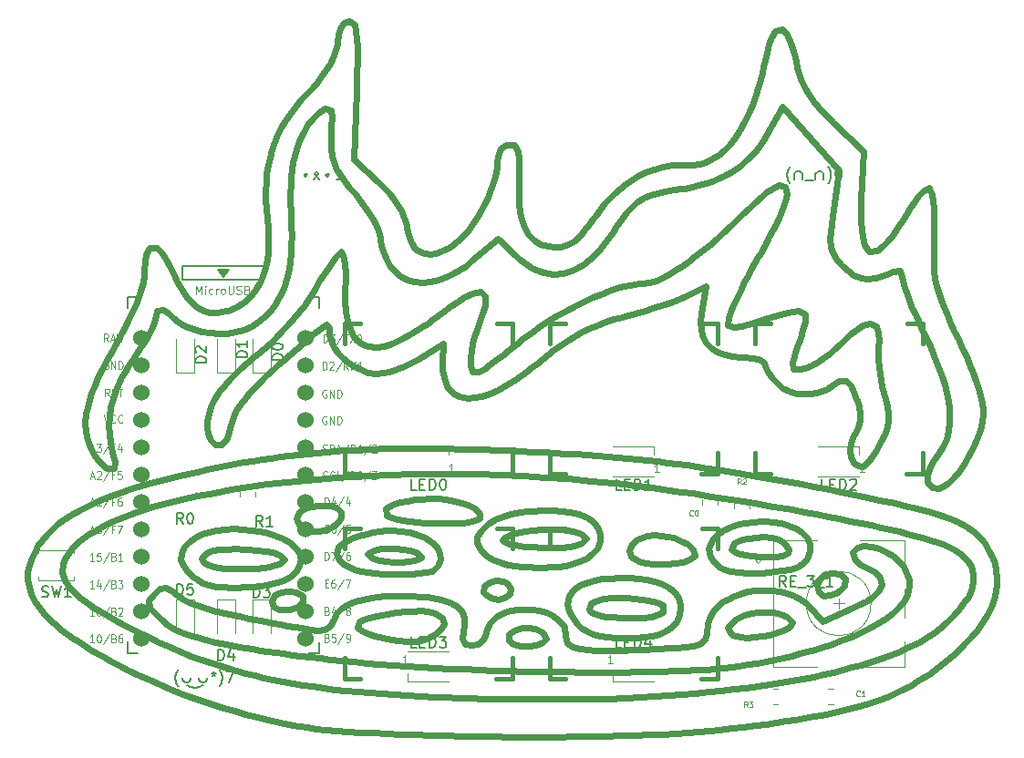
<source format=gbr>
%TF.GenerationSoftware,KiCad,Pcbnew,(6.0.1-0)*%
%TF.CreationDate,2024-01-06T16:47:38-08:00*%
%TF.ProjectId,pizzapad,70697a7a-6170-4616-942e-6b696361645f,rev?*%
%TF.SameCoordinates,Original*%
%TF.FileFunction,Legend,Top*%
%TF.FilePolarity,Positive*%
%FSLAX46Y46*%
G04 Gerber Fmt 4.6, Leading zero omitted, Abs format (unit mm)*
G04 Created by KiCad (PCBNEW (6.0.1-0)) date 2024-01-06 16:47:38*
%MOMM*%
%LPD*%
G01*
G04 APERTURE LIST*
%ADD10C,0.600000*%
%ADD11C,0.150000*%
%ADD12C,0.120000*%
%ADD13C,0.125000*%
%ADD14C,0.050000*%
%ADD15C,0.381000*%
%ADD16C,1.524000*%
G04 APERTURE END LIST*
D10*
X135894095Y-126830725D02*
X135242539Y-126822749D01*
X134714777Y-126536813D01*
X134575825Y-125999815D01*
X154211385Y-125184845D02*
X154289484Y-124576101D01*
X154807511Y-124237901D01*
X155411607Y-124103763D01*
X156037192Y-124162455D01*
X156407115Y-124331665D01*
X160007075Y-129467525D02*
X160007075Y-129467525D01*
X157212215Y-102119368D02*
X157914999Y-101562923D01*
X158657342Y-101017034D01*
X159431604Y-100485349D01*
X160230146Y-99971517D01*
X161045328Y-99479185D01*
X161869511Y-99012001D01*
X162695054Y-98573614D01*
X163514320Y-98167671D01*
X164319667Y-97797821D01*
X165103456Y-97467712D01*
X165858048Y-97180992D01*
X166575803Y-96941309D01*
X167249082Y-96752311D01*
X167870245Y-96617646D01*
X168687560Y-96525503D01*
X168925665Y-96525908D01*
X163217895Y-117953825D02*
X163831093Y-118216305D01*
X164457602Y-118677095D01*
X164864670Y-119231696D01*
X165051151Y-119844283D01*
X165015896Y-120479034D01*
X164757758Y-121100127D01*
X164275588Y-121671738D01*
X163766250Y-122046424D01*
X163356085Y-122262095D01*
X180275785Y-103892058D02*
X179774686Y-103530377D01*
X179115962Y-103386087D01*
X178500126Y-103322385D01*
X178048695Y-103305628D01*
X188470365Y-126656665D02*
X189024815Y-126400059D01*
X189739679Y-126013812D01*
X190313634Y-125628161D01*
X190858290Y-125119178D01*
X191181791Y-124499607D01*
X191040882Y-123795719D01*
X190623211Y-123359647D01*
X189944272Y-122956989D01*
X189733485Y-122862235D01*
X186638915Y-81490461D02*
X189469105Y-84215670D01*
X152991485Y-104065128D02*
X153143799Y-104690083D01*
X153750586Y-104732123D01*
X154269529Y-104429331D01*
X154791985Y-104057389D01*
X155446111Y-103553243D01*
X155963103Y-103140122D01*
X156550252Y-102662879D01*
X157212215Y-102119368D01*
X136220285Y-125088955D02*
X136847254Y-125177520D01*
X137410291Y-125484718D01*
X137443934Y-126133459D01*
X136953958Y-126540680D01*
X136248922Y-126776953D01*
X135894095Y-126830725D01*
X182864745Y-127969645D02*
X182864745Y-127969645D01*
X140645335Y-74051252D02*
X140738947Y-73388657D01*
X140916195Y-72782945D01*
X141246211Y-72278802D01*
X141739015Y-72096389D01*
X166187075Y-91724548D02*
X165666273Y-92488415D01*
X165136947Y-93169710D01*
X164599798Y-93768258D01*
X164055525Y-94283886D01*
X163504831Y-94716422D01*
X162948415Y-95065691D01*
X162386978Y-95331521D01*
X161536943Y-95573439D01*
X160679553Y-95626644D01*
X159817175Y-95490552D01*
X159240652Y-95294370D01*
X158663663Y-95013623D01*
X158086910Y-94648138D01*
X157511093Y-94197742D01*
X157223755Y-93940648D01*
X138909675Y-80675071D02*
X138369366Y-81189481D01*
X137891665Y-81779360D01*
X137476232Y-82445959D01*
X137122730Y-83190532D01*
X136830818Y-84014333D01*
X136670261Y-84608168D01*
X136536827Y-85238143D01*
X136430416Y-85904631D01*
X136350928Y-86608002D01*
X136298261Y-87348627D01*
X136272316Y-88126878D01*
X136272993Y-88943127D01*
X136300191Y-89797744D01*
X136323705Y-90239558D01*
X146189405Y-123493035D02*
X145518150Y-123490361D01*
X144889384Y-123470878D01*
X144118122Y-123418930D01*
X143424796Y-123337527D01*
X142810779Y-123226915D01*
X142156875Y-123047945D01*
X141542369Y-122774113D01*
X141306085Y-122613275D01*
X135168175Y-104041568D02*
X134645226Y-104518655D01*
X134158218Y-104974592D01*
X133706530Y-105410161D01*
X133093862Y-106027028D01*
X132557171Y-106602453D01*
X132094360Y-107139069D01*
X131703335Y-107639510D01*
X131290014Y-108255041D01*
X130995620Y-108817183D01*
X130787304Y-109454291D01*
X130766155Y-109573945D01*
X167123535Y-99595548D02*
X166306873Y-99827341D01*
X165533156Y-100079628D01*
X164792586Y-100357732D01*
X164075360Y-100666976D01*
X163371680Y-101012684D01*
X162671744Y-101400177D01*
X161965753Y-101834781D01*
X161243906Y-102321816D01*
X160749027Y-102678265D01*
X160239841Y-103061960D01*
X159713445Y-103474478D01*
X159166935Y-103917398D01*
X147628705Y-125547175D02*
X148337432Y-125586710D01*
X148987825Y-125646330D01*
X149855458Y-125774414D01*
X150595490Y-125950246D01*
X151210111Y-126175365D01*
X151838308Y-126554844D01*
X152252639Y-127028314D01*
X152458295Y-127599416D01*
X152460467Y-128271792D01*
X152331685Y-128844725D01*
X167405055Y-135010255D02*
X167405055Y-135010255D01*
X184057995Y-104320808D02*
X184700619Y-104066892D01*
X185253351Y-103755073D01*
X185851710Y-103357027D01*
X186343996Y-102989839D01*
X186832479Y-102590318D01*
X187302491Y-102168622D01*
X187634055Y-101843908D01*
X188831895Y-107229635D02*
X188576884Y-106580871D01*
X188281277Y-105980199D01*
X187874605Y-105508882D01*
X187207869Y-105519894D01*
X186700175Y-105875318D01*
X160007075Y-129467535D02*
X159709205Y-128926929D01*
X159153596Y-128627050D01*
X159052655Y-128598555D01*
X123680495Y-125284375D02*
X124164912Y-124884595D01*
X124767485Y-124738828D01*
X125314069Y-125073479D01*
X125709785Y-125441435D01*
X159166935Y-103917398D02*
X158675859Y-104312455D01*
X158194797Y-104681659D01*
X157264317Y-105342538D01*
X156378697Y-105900088D01*
X155541141Y-106354363D01*
X154754853Y-106705416D01*
X154023036Y-106953303D01*
X153348895Y-107098076D01*
X152735632Y-107139789D01*
X151936894Y-107009241D01*
X151293154Y-106647112D01*
X150815225Y-106053585D01*
X150513920Y-105228841D01*
X150416513Y-104550648D01*
X150405615Y-103769828D01*
X172515745Y-126655625D02*
X172403865Y-127339885D01*
X172127503Y-127928081D01*
X171687373Y-128419849D01*
X171084190Y-128814828D01*
X170525227Y-129047326D01*
X169875251Y-129225024D01*
X169134561Y-129347768D01*
X168303460Y-129415406D01*
X167699312Y-129429808D01*
X167055205Y-129419605D01*
X186700175Y-105875318D02*
X186101500Y-106281124D01*
X185429006Y-106565348D01*
X184711468Y-106728652D01*
X183977661Y-106771697D01*
X183256360Y-106695143D01*
X182576342Y-106499653D01*
X181966382Y-106185887D01*
X181455255Y-105754508D01*
X127483135Y-120105355D02*
X128054440Y-119805497D01*
X128708518Y-119577201D01*
X129428706Y-119417157D01*
X130198340Y-119322053D01*
X131000757Y-119288579D01*
X131819292Y-119313424D01*
X132637284Y-119393278D01*
X133438068Y-119524828D01*
X134204981Y-119704766D01*
X134921360Y-119929779D01*
X135570540Y-120196557D01*
X136135860Y-120501789D01*
X136790147Y-121024497D01*
X137162015Y-121615103D01*
X137225255Y-122041045D01*
X193470935Y-90018738D02*
X193798911Y-89480983D01*
X194207918Y-88879174D01*
X194599894Y-88373345D01*
X195023703Y-87919862D01*
X195574952Y-87627895D01*
X195605655Y-87641453D01*
X142317175Y-88229804D02*
X141781409Y-87587584D01*
X141332293Y-87017185D01*
X140963025Y-86501450D01*
X140583121Y-85869185D01*
X140316957Y-85262934D01*
X140148412Y-84642029D01*
X140061362Y-83965803D01*
X140039687Y-83193590D01*
X140056635Y-82526974D01*
X196885145Y-120719855D02*
X196033900Y-120422986D01*
X194908052Y-120093464D01*
X194251083Y-119918121D01*
X193536180Y-119736609D01*
X192766916Y-119549593D01*
X191946862Y-119357739D01*
X191079592Y-119161711D01*
X190168677Y-118962174D01*
X189217689Y-118759793D01*
X188230202Y-118555233D01*
X187209788Y-118349159D01*
X186160018Y-118142236D01*
X185084465Y-117935128D01*
X183986702Y-117728501D01*
X182870300Y-117523019D01*
X181738833Y-117319347D01*
X180595872Y-117118151D01*
X179444989Y-116920095D01*
X178289758Y-116725844D01*
X177133750Y-116536062D01*
X175980538Y-116351416D01*
X174833693Y-116172569D01*
X173696789Y-116000187D01*
X172573398Y-115834935D01*
X171467091Y-115677477D01*
X170381442Y-115528478D01*
X169320022Y-115388604D01*
X168286405Y-115258518D01*
X167284161Y-115138887D01*
X166316865Y-115030375D01*
X139630315Y-100330808D02*
X139077836Y-100693439D01*
X138473291Y-101175216D01*
X137867482Y-101679076D01*
X137353868Y-102116056D01*
X136798040Y-102596535D01*
X136207720Y-103114082D01*
X135590629Y-103662266D01*
X135168175Y-104041568D01*
X155965535Y-120319335D02*
X156534327Y-120680352D01*
X157173978Y-120817850D01*
X157975989Y-120923477D01*
X158884504Y-120994839D01*
X159521766Y-121022193D01*
X160164987Y-121032542D01*
X160797618Y-121025176D01*
X161403108Y-120999385D01*
X162224251Y-120924598D01*
X162891232Y-120804360D01*
X163348195Y-120636275D01*
X168925665Y-96525908D02*
X169623979Y-96428986D01*
X170263423Y-96206971D01*
X170989026Y-95865808D01*
X171514841Y-95576102D01*
X172070270Y-95239336D01*
X172651840Y-94857868D01*
X173256079Y-94434055D01*
X173879517Y-93970257D01*
X174518680Y-93468831D01*
X175170098Y-92932134D01*
X175830298Y-92362526D01*
X176495809Y-91762363D01*
X177163158Y-91134004D01*
X177828875Y-90479808D01*
X157223755Y-93940648D02*
X155548315Y-92378198D01*
X186676945Y-89644718D02*
X187211625Y-85964686D01*
X144441665Y-87095900D02*
X144975162Y-87611903D01*
X145454643Y-88137715D01*
X145878314Y-88670473D01*
X146244383Y-89207314D01*
X146551057Y-89745376D01*
X146848145Y-90415311D01*
X147046126Y-91077091D01*
X147096785Y-91338268D01*
X174880245Y-96776658D02*
X172997065Y-97656568D01*
X138595175Y-96922248D02*
X138997013Y-96240012D01*
X139390284Y-95604225D01*
X139765066Y-95028754D01*
X140111435Y-94527465D01*
X140489322Y-94026298D01*
X140920974Y-93578190D01*
X141014315Y-93541468D01*
X127350545Y-123810995D02*
X126788738Y-123310286D01*
X126392049Y-122823505D01*
X126128487Y-122232167D01*
X126153091Y-121543558D01*
X126457811Y-120983533D01*
X126887713Y-120542298D01*
X127483135Y-120105355D01*
X141369705Y-96314548D02*
X141352559Y-96933027D01*
X141368674Y-98070355D01*
X141452525Y-99075067D01*
X141604742Y-99947432D01*
X141825957Y-100687719D01*
X142116801Y-101296197D01*
X142685000Y-101962360D01*
X143413413Y-102333467D01*
X144304171Y-102410424D01*
X144989253Y-102298761D01*
X145748065Y-102057037D01*
X146581240Y-101685522D01*
X147489407Y-101184484D01*
X148473198Y-100554193D01*
X148993650Y-100190662D01*
X149533245Y-99794918D01*
X148435445Y-121845935D02*
X148435445Y-121845935D01*
X125504985Y-95709068D02*
X125786285Y-96276501D01*
X126199090Y-97026198D01*
X126606875Y-97658082D01*
X127016341Y-98176581D01*
X127576494Y-98699186D01*
X128167432Y-99038576D01*
X128805038Y-99205243D01*
X129505196Y-99209679D01*
X130283789Y-99062374D01*
X130492555Y-99003068D01*
X183062665Y-103235148D02*
X182867233Y-103849051D01*
X182980086Y-104454601D01*
X183606615Y-104422256D01*
X184057995Y-104320808D01*
X140005115Y-131432615D02*
X139059776Y-131323478D01*
X138150954Y-131215470D01*
X137277891Y-131108409D01*
X136439831Y-131002112D01*
X135636018Y-130896396D01*
X134865694Y-130791078D01*
X134128103Y-130685976D01*
X133422489Y-130580906D01*
X132748095Y-130475687D01*
X132104165Y-130370134D01*
X131489941Y-130264067D01*
X130347588Y-130049654D01*
X129314984Y-129830986D01*
X128386075Y-129606601D01*
X127554811Y-129375037D01*
X126815137Y-129134832D01*
X126161001Y-128884523D01*
X125586352Y-128622649D01*
X124860173Y-128204955D01*
X124278792Y-127753014D01*
X124113645Y-127593905D01*
X180415175Y-118603875D02*
X181024501Y-118647573D01*
X181858944Y-118778978D01*
X182592162Y-118983326D01*
X183217665Y-119253770D01*
X183728964Y-119583464D01*
X184221828Y-120103390D01*
X184484741Y-120700250D01*
X184502319Y-121357818D01*
X184259180Y-122059863D01*
X184035035Y-122422495D01*
X141014315Y-93541468D02*
X141270644Y-94101339D01*
X141351589Y-94773698D01*
X141381473Y-95496665D01*
X141374767Y-96173269D01*
X141369705Y-96314548D01*
X119845995Y-112450825D02*
X119977758Y-113058433D01*
X119880642Y-113696746D01*
X119199632Y-113675866D01*
X118703651Y-113256487D01*
X118266961Y-112725758D01*
X118042015Y-112395525D01*
X178048695Y-103305628D02*
X177293544Y-103253998D01*
X176620787Y-103119274D01*
X176032052Y-102903525D01*
X175380585Y-102493391D01*
X174885243Y-101947788D01*
X174549882Y-101271616D01*
X174405670Y-100681749D01*
X174355246Y-100023262D01*
X174400238Y-99298221D01*
X174484045Y-98778908D01*
X174925295Y-128887495D02*
X175002165Y-128169325D01*
X175169189Y-127555257D01*
X175508965Y-126927946D01*
X175925184Y-126473292D01*
X176477792Y-126059457D01*
X177027785Y-125744491D01*
X177341295Y-125588895D01*
X177828875Y-90479808D02*
X178337520Y-89973312D01*
X178806270Y-89515567D01*
X179438671Y-88917612D01*
X179991800Y-88422285D01*
X180471954Y-88025352D01*
X181009525Y-87641847D01*
X181626264Y-87358490D01*
X182224425Y-87523180D01*
X176106995Y-137967775D02*
X175204503Y-138061853D01*
X174218688Y-138148341D01*
X173155719Y-138227305D01*
X172021760Y-138298811D01*
X170822979Y-138362926D01*
X169565542Y-138419715D01*
X168255617Y-138469246D01*
X166899369Y-138511584D01*
X165502966Y-138546795D01*
X164072574Y-138574946D01*
X162614359Y-138596103D01*
X161134489Y-138610332D01*
X159639129Y-138617700D01*
X158134448Y-138618273D01*
X156626611Y-138612117D01*
X155121785Y-138599298D01*
X153626136Y-138579883D01*
X152145832Y-138553938D01*
X150687038Y-138521528D01*
X149255923Y-138482722D01*
X147858651Y-138437583D01*
X146501391Y-138386180D01*
X145190308Y-138328578D01*
X143931570Y-138264843D01*
X142731342Y-138195042D01*
X141595792Y-138119241D01*
X140531086Y-138037507D01*
X139543392Y-137949904D01*
X138638874Y-137856500D01*
X137823701Y-137757362D01*
X137104039Y-137652554D01*
X136486055Y-137542145D01*
X172577495Y-87685151D02*
X171931613Y-87770828D01*
X171073902Y-87909751D01*
X170331927Y-88072288D01*
X169685893Y-88270954D01*
X169116002Y-88518265D01*
X168440377Y-88945316D01*
X167971169Y-89354804D01*
X167512116Y-89854655D01*
X167043422Y-90457385D01*
X166545292Y-91175509D01*
X166187075Y-91724548D01*
X115741025Y-121431895D02*
X115376896Y-122023877D01*
X115155099Y-122591904D01*
X115090789Y-123326737D01*
X115303545Y-124054326D01*
X115653196Y-124607414D01*
X116172214Y-125176306D01*
X116866392Y-125769525D01*
X117429349Y-126182725D01*
X118074446Y-126613048D01*
X118803399Y-127063019D01*
X119617925Y-127535160D01*
X120057815Y-127780335D01*
X193047015Y-95866188D02*
X192851375Y-95288820D01*
X192252889Y-95383122D01*
X191855435Y-95560068D01*
X164607475Y-90188498D02*
X165036100Y-89604937D01*
X165478649Y-89058926D01*
X165934718Y-88550692D01*
X166403905Y-88080463D01*
X166885808Y-87648468D01*
X167380025Y-87254934D01*
X167886153Y-86900090D01*
X168403791Y-86584163D01*
X169200946Y-86183742D01*
X170021733Y-85872168D01*
X170864795Y-85650210D01*
X171728773Y-85518638D01*
X172612310Y-85478222D01*
X172910935Y-85485140D01*
X164217795Y-127060225D02*
X164841805Y-127317356D01*
X165567433Y-127443387D01*
X166218574Y-127511647D01*
X166924681Y-127555792D01*
X167652741Y-127574377D01*
X168369743Y-127565958D01*
X169042674Y-127529091D01*
X169814304Y-127433186D01*
X170256025Y-127324325D01*
X195307975Y-101558528D02*
X194959766Y-100820969D01*
X194628446Y-100097143D01*
X194317924Y-99396898D01*
X194032114Y-98730086D01*
X193774927Y-98106554D01*
X193550274Y-97536152D01*
X193308108Y-96875288D01*
X193110642Y-96242226D01*
X193047015Y-95866188D01*
X162860305Y-119631135D02*
X162076196Y-119451149D01*
X161336022Y-119379764D01*
X160512631Y-119358190D01*
X159648457Y-119382192D01*
X158785935Y-119447535D01*
X157967497Y-119549980D01*
X157235578Y-119685294D01*
X156632611Y-119849241D01*
X156029481Y-120174606D01*
X155965535Y-120319335D01*
X190980245Y-111439455D02*
X190682257Y-111964858D01*
X190309461Y-112528702D01*
X189884428Y-113058142D01*
X189413313Y-113465116D01*
X189215915Y-113525395D01*
X148397265Y-116527325D02*
X149163248Y-116476754D01*
X149947142Y-116494726D01*
X150724620Y-116573229D01*
X151471354Y-116704254D01*
X152163016Y-116879792D01*
X152775278Y-117091833D01*
X153426069Y-117417491D01*
X153892389Y-117866873D01*
X153867845Y-118328655D01*
X167573905Y-125725835D02*
X166807806Y-125710220D01*
X166125868Y-125727395D01*
X165353064Y-125799103D01*
X164743154Y-125923824D01*
X164150313Y-126203707D01*
X164036277Y-126812183D01*
X164217795Y-127060225D01*
X146036525Y-127090995D02*
X145341686Y-127186176D01*
X144719212Y-127290839D01*
X143923103Y-127463515D01*
X143294746Y-127652138D01*
X142722998Y-127922856D01*
X142518013Y-128501466D01*
X143045529Y-128866224D01*
X143611131Y-129078573D01*
X144093815Y-129215435D01*
X137060045Y-118935115D02*
X137060045Y-118935115D01*
X170256025Y-127324345D02*
X170878906Y-127020950D01*
X170839742Y-126397937D01*
X170252514Y-126122913D01*
X169544379Y-125940739D01*
X168886808Y-125833678D01*
X168129813Y-125757313D01*
X167573905Y-125725835D01*
X134139755Y-90493748D02*
X134045726Y-89580085D01*
X133991424Y-88702660D01*
X133977671Y-87858875D01*
X134005293Y-87046129D01*
X134075116Y-86261824D01*
X134187964Y-85503362D01*
X134344661Y-84768142D01*
X134546035Y-84053566D01*
X134792908Y-83357036D01*
X135086106Y-82675952D01*
X135426455Y-82007715D01*
X135814778Y-81349727D01*
X136251902Y-80699387D01*
X136738651Y-80054099D01*
X137275850Y-79411261D01*
X137864325Y-78768277D01*
X144093815Y-129215435D02*
X144913713Y-129415836D01*
X145646951Y-129573033D01*
X146302696Y-129686833D01*
X147072320Y-129770727D01*
X147742201Y-129776675D01*
X148472389Y-129673804D01*
X149123114Y-129447540D01*
X149736815Y-129096995D01*
X141739015Y-72096389D02*
X142225687Y-72462247D01*
X142382544Y-73046033D01*
X142455424Y-73765784D01*
X142481641Y-74475192D01*
X142485084Y-75345806D01*
X142475438Y-76022813D01*
X142456740Y-76782026D01*
X142429416Y-77627670D01*
X142393895Y-78563967D01*
X174484045Y-98778908D02*
X174880245Y-96776658D01*
X180504095Y-75053752D02*
X180702095Y-74235774D01*
X180930864Y-73606383D01*
X181272296Y-73057461D01*
X181925824Y-72883181D01*
X182397011Y-73360828D01*
X182753027Y-74097869D01*
X182997519Y-74854907D01*
X183146108Y-75455871D01*
X183215345Y-75785036D01*
X161832215Y-129216245D02*
X161983783Y-129889824D01*
X162476326Y-130271077D01*
X163186484Y-130468675D01*
X163939165Y-130559098D01*
X164558477Y-130593610D01*
X165279734Y-130608591D01*
X166109726Y-130604970D01*
X167055246Y-130583675D01*
X168123084Y-130545637D01*
X169320033Y-130491783D01*
X169969047Y-130459217D01*
X170652885Y-130423045D01*
X118042015Y-112395525D02*
X118041645Y-112395565D01*
X155493115Y-85252356D02*
X155571681Y-84604865D01*
X155795617Y-83996046D01*
X156294064Y-83601342D01*
X156507515Y-83581506D01*
X134543225Y-122763885D02*
X134543225Y-122764025D01*
X186943105Y-125230295D02*
X186375743Y-125454075D01*
X185774173Y-125509093D01*
X185334285Y-125196895D01*
X196452505Y-112296745D02*
X196876869Y-111675610D01*
X197191585Y-110977995D01*
X197396530Y-110202757D01*
X197491584Y-109348759D01*
X197493842Y-108735108D01*
X197447170Y-108085609D01*
X197351531Y-107399922D01*
X197206889Y-106677711D01*
X197013209Y-105918639D01*
X196770455Y-105122366D01*
X196478590Y-104288557D01*
X196137579Y-103416872D01*
X195747386Y-102506975D01*
X195307975Y-101558528D01*
X191855435Y-95560068D02*
X191192224Y-95842406D01*
X190580121Y-96017313D01*
X189871386Y-96081883D01*
X189206799Y-95971692D01*
X188566522Y-95682908D01*
X188058473Y-95320718D01*
X187543130Y-94839813D01*
X187411965Y-94700808D01*
X182224425Y-87523180D02*
X182398671Y-88167948D01*
X182260085Y-88835249D01*
X181998388Y-89550914D01*
X181708466Y-90208315D01*
X181334228Y-90979554D01*
X181036094Y-91561589D01*
X180697789Y-92201165D01*
X180318234Y-92901062D01*
X179896348Y-93664058D01*
X179669195Y-94070088D01*
X134543225Y-122764025D02*
X135265123Y-122546686D01*
X135721180Y-122124922D01*
X135247655Y-121710494D01*
X134603637Y-121503934D01*
X133958702Y-121373464D01*
X133184962Y-121270078D01*
X132291401Y-121199292D01*
X131968475Y-121183895D01*
X118041645Y-112395565D02*
X117675591Y-111726007D01*
X117418488Y-111020427D01*
X117271779Y-110271243D01*
X117236908Y-109470870D01*
X117315320Y-108611725D01*
X117431242Y-108002566D01*
X117598582Y-107361669D01*
X117817767Y-106686786D01*
X118089226Y-105975672D01*
X118413386Y-105226078D01*
X118790675Y-104435758D01*
X119221520Y-103602466D01*
X119706351Y-102723953D01*
X119969145Y-102267038D01*
X155548315Y-92378198D02*
X153123265Y-94398358D01*
X189215915Y-113525395D02*
X188639078Y-113282502D01*
X188310431Y-112689077D01*
X188240119Y-111991643D01*
X188339366Y-111334580D01*
X188589203Y-110654807D01*
X188732795Y-110386255D01*
X112806945Y-120901115D02*
X113183594Y-120365439D01*
X113617026Y-119849512D01*
X114109189Y-119352393D01*
X114662031Y-118873140D01*
X115277501Y-118410812D01*
X115957545Y-117964470D01*
X116704113Y-117533171D01*
X117519152Y-117115976D01*
X118404611Y-116711942D01*
X119362437Y-116320130D01*
X120394580Y-115939598D01*
X121502986Y-115569406D01*
X122086397Y-115387893D01*
X122689605Y-115208613D01*
X123312853Y-115031446D01*
X123956384Y-114856277D01*
X124620442Y-114682986D01*
X125305271Y-114511458D01*
X126011114Y-114341573D01*
X126738215Y-114173215D01*
X162905625Y-128134555D02*
X162536565Y-127643396D01*
X162166225Y-126948927D01*
X162010238Y-126310090D01*
X162124905Y-125554391D01*
X162594753Y-124920505D01*
X163171327Y-124532905D01*
X163933128Y-124226712D01*
X164540816Y-124070537D01*
X165226204Y-123954634D01*
X165987443Y-123880640D01*
X166822683Y-123850192D01*
X167730075Y-123864925D01*
X128660405Y-110459345D02*
X128661185Y-110459345D01*
X168491375Y-122254075D02*
X168491375Y-122254075D01*
X137864325Y-78768277D02*
X138337093Y-78257398D01*
X138764702Y-77762911D01*
X139147596Y-77284058D01*
X139589336Y-76668600D01*
X139953434Y-76077797D01*
X140240945Y-75509856D01*
X140494246Y-74829345D01*
X140631597Y-74178249D01*
X140645335Y-74051252D01*
X145510685Y-94826838D02*
X145200916Y-94267389D01*
X144942492Y-93652290D01*
X144754403Y-93038920D01*
X144649934Y-92413643D01*
X144646625Y-92216548D01*
X163348195Y-120636275D02*
X163348195Y-120636275D01*
X152331685Y-128844725D02*
X152216545Y-129479433D01*
X152538022Y-130016482D01*
X153097165Y-130123595D01*
X145192355Y-118024385D02*
X145192355Y-118024385D01*
X182864745Y-127969645D02*
X182399611Y-127445831D01*
X181829307Y-127207288D01*
X181119229Y-127061539D01*
X180328004Y-127012238D01*
X179716600Y-127040754D01*
X179117261Y-127127118D01*
X178379660Y-127334919D01*
X177766105Y-127651955D01*
X156507515Y-83581506D02*
X157109671Y-83646642D01*
X157425350Y-84168432D01*
X157486757Y-84881897D01*
X157498180Y-85513060D01*
X157497163Y-86324615D01*
X157492250Y-86977212D01*
X157485825Y-87727001D01*
X169318695Y-119950395D02*
X170074816Y-119872807D01*
X170675569Y-119900717D01*
X171281065Y-119992593D01*
X171869600Y-120139584D01*
X172590425Y-120406011D01*
X173191081Y-120733707D01*
X173694547Y-121197526D01*
X173803305Y-121779515D01*
X170652885Y-130423045D02*
X171315692Y-130385267D01*
X172176056Y-130326597D01*
X172888211Y-130261060D01*
X173631335Y-130154326D01*
X174275038Y-129973080D01*
X174759670Y-129588432D01*
X174918793Y-128993392D01*
X174925295Y-128887495D01*
X144167935Y-104869808D02*
X143459911Y-104752091D01*
X142727970Y-104475082D01*
X142185790Y-104181954D01*
X141666930Y-103830586D01*
X141187147Y-103434418D01*
X140762201Y-103006891D01*
X140308147Y-102411306D01*
X140016953Y-101815724D01*
X139925975Y-101252008D01*
X184431605Y-126486375D02*
X185704475Y-127865765D01*
X177766105Y-127651955D02*
X177286887Y-128015316D01*
X176904628Y-128487213D01*
X177186757Y-129049220D01*
X177300175Y-129135145D01*
X144646625Y-92216548D02*
X144477609Y-91533691D01*
X144201310Y-90948072D01*
X143900977Y-90417669D01*
X143540511Y-89849950D01*
X143129467Y-89261265D01*
X142677399Y-88667968D01*
X142317175Y-88229804D01*
X134575825Y-125999815D02*
X134832050Y-125421726D01*
X135381308Y-125153833D01*
X136030009Y-125085302D01*
X136220285Y-125088955D01*
X140286815Y-127745285D02*
X140565981Y-127174767D01*
X141029450Y-126688196D01*
X141676296Y-126285848D01*
X142281213Y-126039525D01*
X142988366Y-125840852D01*
X143797364Y-125689944D01*
X144393083Y-125615934D01*
X145033777Y-125563239D01*
X145719329Y-125531896D01*
X146449624Y-125521938D01*
X147224545Y-125533400D01*
X147628705Y-125547175D01*
X122742945Y-95190948D02*
X122800851Y-94411963D01*
X122904199Y-93804920D01*
X123173807Y-93174592D01*
X123844641Y-93155172D01*
X124283871Y-93600713D01*
X124656122Y-94133556D01*
X125063604Y-94836424D01*
X125354173Y-95399338D01*
X125504985Y-95709068D01*
X130492555Y-99003068D02*
X131249768Y-98703208D01*
X131927309Y-98285755D01*
X132523015Y-97755756D01*
X133034721Y-97118258D01*
X133460266Y-96378310D01*
X133797485Y-95540959D01*
X133972160Y-94931105D01*
X134105977Y-94281699D01*
X134198295Y-93594238D01*
X134248472Y-92870216D01*
X134255869Y-92111130D01*
X134219843Y-91318476D01*
X134139755Y-90493748D01*
X181953905Y-80101818D02*
X180532805Y-82631211D01*
X184582735Y-83033262D02*
X181953905Y-80101818D01*
X187411965Y-94700808D02*
X186963364Y-94165907D01*
X186653905Y-93643355D01*
X186473000Y-93060309D01*
X186410060Y-92343927D01*
X186437527Y-91625870D01*
X186499966Y-90978298D01*
X186595724Y-90219790D01*
X186676945Y-89644718D01*
X147096785Y-91338268D02*
X147237970Y-91994686D01*
X147506198Y-92709652D01*
X147865505Y-93241332D01*
X148442176Y-93647963D01*
X149159906Y-93767695D01*
X149835186Y-93656722D01*
X150400384Y-93452787D01*
X151015763Y-93145323D01*
X151232015Y-93019818D01*
X149736815Y-129096995D02*
X149736815Y-129096995D01*
X193760375Y-124587155D02*
X193563211Y-125436490D01*
X193255780Y-125998273D01*
X192813265Y-126553826D01*
X192240560Y-127100853D01*
X191542558Y-127637060D01*
X190724151Y-128160151D01*
X189790233Y-128667831D01*
X188745696Y-129157805D01*
X188183474Y-129395435D01*
X187595432Y-129627778D01*
X186982183Y-129854546D01*
X186344336Y-130075454D01*
X185682505Y-130290214D01*
X184997300Y-130498539D01*
X184289333Y-130700143D01*
X183559216Y-130894738D01*
X182807560Y-131082037D01*
X182034977Y-131261755D01*
X181242079Y-131433603D01*
X180429477Y-131597295D01*
X179597783Y-131752543D01*
X178747608Y-131899062D01*
X177879565Y-132036565D01*
X168491375Y-122254085D02*
X167953941Y-121846751D01*
X167764802Y-121262846D01*
X168008810Y-120668828D01*
X168532145Y-120236729D01*
X169170402Y-119984994D01*
X169318695Y-119950395D01*
X186651255Y-123380825D02*
X187325434Y-123517847D01*
X187795144Y-123949420D01*
X187710124Y-124603363D01*
X187276637Y-125037482D01*
X186943105Y-125230295D01*
X160804895Y-93090068D02*
X161412945Y-93065634D01*
X162070107Y-92876746D01*
X162599043Y-92554534D01*
X163148906Y-92053562D01*
X163627755Y-91505846D01*
X164021564Y-91000231D01*
X164453626Y-90406823D01*
X164607475Y-90188498D01*
X131968475Y-121183895D02*
X131131181Y-121164843D01*
X130388538Y-121178061D01*
X129743128Y-121222618D01*
X129038293Y-121329169D01*
X128416108Y-121535021D01*
X128047044Y-122022161D01*
X128301645Y-122505785D01*
X189733485Y-122862235D02*
X189114692Y-122526682D01*
X188635185Y-122066300D01*
X188486153Y-121447985D01*
X188909748Y-121002463D01*
X189540436Y-120877089D01*
X190230505Y-120936495D01*
X156671245Y-125331055D02*
X156137670Y-125737149D01*
X155515040Y-125843803D01*
X154881407Y-125726337D01*
X154365030Y-125392370D01*
X154211405Y-125184855D01*
X154211405Y-125184855D02*
X154211405Y-125184855D01*
X176244075Y-122933675D02*
X175611893Y-122406741D01*
X175243398Y-121850881D01*
X175131149Y-121097025D01*
X175413030Y-120369231D01*
X175857429Y-119867125D01*
X176481538Y-119423265D01*
X177267362Y-119056330D01*
X177872200Y-118863668D01*
X178535582Y-118719031D01*
X179252176Y-118627955D01*
X180016649Y-118595974D01*
X180415175Y-118603875D01*
X133310395Y-100067148D02*
X132663774Y-100463378D01*
X131955118Y-100768885D01*
X131199407Y-100984336D01*
X130411626Y-101110400D01*
X129606756Y-101147746D01*
X128799780Y-101097043D01*
X128005682Y-100958959D01*
X127239443Y-100734163D01*
X126516047Y-100423324D01*
X125850475Y-100027110D01*
X125446285Y-99715868D01*
X143464295Y-121646325D02*
X143944870Y-122037394D01*
X144541995Y-122205323D01*
X145189030Y-122309877D01*
X145797550Y-122361605D01*
X145924925Y-122367535D01*
X143317975Y-119743995D02*
X143936834Y-119595377D01*
X144564415Y-119498027D01*
X145193410Y-119449428D01*
X145816516Y-119447059D01*
X146426425Y-119488403D01*
X147300563Y-119626872D01*
X148103916Y-119849527D01*
X148811824Y-120147869D01*
X149399632Y-120513399D01*
X149842682Y-120937615D01*
X150165620Y-121579837D01*
X150175015Y-122107935D01*
X190858455Y-102294328D02*
X190828860Y-102902791D01*
X190854869Y-103535545D01*
X190922552Y-104245511D01*
X191003937Y-104845729D01*
X191107251Y-105455337D01*
X191230386Y-106056546D01*
X191371235Y-106631568D01*
X184035035Y-122422495D02*
X183372633Y-122833204D01*
X182706792Y-123031952D01*
X181898000Y-123191113D01*
X181302964Y-123273682D01*
X180679758Y-123336336D01*
X180042528Y-123378147D01*
X179405419Y-123398188D01*
X178782575Y-123395530D01*
X177906004Y-123346952D01*
X177141099Y-123242082D01*
X176535603Y-123077786D01*
X176244075Y-122933695D01*
X154397115Y-121729775D02*
X154397375Y-121729775D01*
X125446285Y-99715868D02*
X124968241Y-99314497D01*
X124444095Y-98916780D01*
X123849086Y-99059373D01*
X123817375Y-99440318D01*
X188191405Y-116026315D02*
X189042385Y-116203537D01*
X189850540Y-116373773D01*
X190617193Y-116537509D01*
X191343671Y-116695234D01*
X192031299Y-116847436D01*
X192681402Y-116994602D01*
X193295306Y-117137221D01*
X194419817Y-117410771D01*
X195415436Y-117671987D01*
X196292766Y-117924776D01*
X197062411Y-118173042D01*
X197734973Y-118420688D01*
X198321057Y-118671619D01*
X199061231Y-119062717D01*
X199666472Y-119483168D01*
X200172566Y-119946151D01*
X200615301Y-120464841D01*
X200754985Y-120652395D01*
X119969145Y-102267038D02*
X120301493Y-101687784D01*
X120611588Y-101129491D01*
X120899657Y-100591580D01*
X121290953Y-99821668D01*
X121633959Y-99094371D01*
X121929439Y-98407740D01*
X122178156Y-97759828D01*
X122380873Y-97148687D01*
X122580926Y-96387663D01*
X122702366Y-95683929D01*
X122742945Y-95190948D01*
X173803305Y-121779515D02*
X173320324Y-122169764D01*
X172714396Y-122366296D01*
X171958901Y-122504990D01*
X171334132Y-122567480D01*
X170690695Y-122591588D01*
X170056645Y-122574808D01*
X169274338Y-122484498D01*
X168625099Y-122311102D01*
X168491375Y-122254075D01*
X185704475Y-127865765D02*
X188470365Y-126656665D01*
X154397375Y-121729775D02*
X153927649Y-121177426D01*
X153606023Y-120626328D01*
X153595588Y-119983289D01*
X153986642Y-119405289D01*
X154498961Y-118928501D01*
X154625005Y-118823165D01*
X156407115Y-124331665D02*
X156758860Y-124838832D01*
X156671245Y-125331055D01*
X170256025Y-127324325D02*
X170256025Y-127324325D01*
X185334285Y-125196895D02*
X185334555Y-125196845D01*
X149533245Y-99794918D02*
X150396618Y-99158632D01*
X151170161Y-98613211D01*
X151855703Y-98159089D01*
X152455070Y-97796702D01*
X153196539Y-97426078D01*
X153900606Y-97257050D01*
X154376632Y-97707311D01*
X154328584Y-98481769D01*
X154111105Y-99314090D01*
X153883144Y-99989538D01*
X153590935Y-100761948D01*
X189469105Y-84215670D02*
X189288945Y-88701653D01*
X179362295Y-100123718D02*
X180031552Y-99894302D01*
X180630189Y-99704851D01*
X181235866Y-99525596D01*
X181820306Y-99364625D01*
X182453789Y-99206980D01*
X182891975Y-99114698D01*
X198290475Y-101650518D02*
X198672511Y-102460497D01*
X199029326Y-103263444D01*
X199357909Y-104050378D01*
X199655250Y-104812320D01*
X199918337Y-105540289D01*
X200144160Y-106225308D01*
X200329708Y-106858395D01*
X200509250Y-107606210D01*
X200604702Y-108224455D01*
X200616815Y-108590305D01*
X151232015Y-93019818D02*
X151764632Y-92629708D01*
X152306472Y-92102625D01*
X152844808Y-91461768D01*
X153366911Y-90730339D01*
X153699677Y-90203859D01*
X154015800Y-89654310D01*
X154311509Y-89088566D01*
X154583033Y-88513502D01*
X154826602Y-87935993D01*
X155038444Y-87362911D01*
X155288468Y-86526630D01*
X155445893Y-85738981D01*
X155493115Y-85252356D01*
X140005175Y-131432605D02*
X140005175Y-131432605D01*
X126738215Y-114173215D02*
X127637586Y-113972163D01*
X128523751Y-113780849D01*
X129398251Y-113599162D01*
X130262626Y-113426990D01*
X131118417Y-113264223D01*
X131967165Y-113110748D01*
X132810410Y-112966455D01*
X133649694Y-112831233D01*
X134486557Y-112704970D01*
X135322540Y-112587556D01*
X136159184Y-112478878D01*
X136998030Y-112378826D01*
X137840618Y-112287289D01*
X138688489Y-112204156D01*
X139543184Y-112129315D01*
X140406245Y-112062655D01*
X141279210Y-112004064D01*
X142163622Y-111953433D01*
X143061022Y-111910648D01*
X143972949Y-111875601D01*
X144900945Y-111848178D01*
X145846551Y-111828269D01*
X146811307Y-111815763D01*
X147796755Y-111810549D01*
X148804434Y-111812514D01*
X149835887Y-111821549D01*
X150892653Y-111837542D01*
X151976273Y-111860382D01*
X153088288Y-111889957D01*
X154230240Y-111926157D01*
X155403668Y-111968870D01*
X156610115Y-112017985D01*
X137060065Y-118935185D02*
X136868149Y-118342716D01*
X137098578Y-117705189D01*
X137604988Y-117365764D01*
X138226040Y-117188913D01*
X138843153Y-117124658D01*
X139371475Y-117125175D01*
X183215345Y-75785036D02*
X183353618Y-76407909D01*
X183514083Y-76986566D01*
X183771893Y-77704889D01*
X184091563Y-78381954D01*
X184485897Y-79039106D01*
X184838349Y-79531741D01*
X185245404Y-80034184D01*
X185712464Y-80555439D01*
X186244931Y-81104512D01*
X186638915Y-81490461D01*
X182538225Y-121192895D02*
X182168861Y-120632510D01*
X181591827Y-120295382D01*
X180957249Y-120122915D01*
X180207113Y-120055119D01*
X179539036Y-120080061D01*
X178823119Y-120178536D01*
X178638025Y-120214985D01*
X141306085Y-122613275D02*
X141306085Y-122613275D01*
X153590935Y-100761948D02*
X153376213Y-101387040D01*
X153199496Y-102060283D01*
X153069083Y-102735955D01*
X152993275Y-103368332D01*
X152984920Y-103990387D01*
X152991485Y-104065128D01*
X191371235Y-106631568D02*
X191530627Y-107250440D01*
X191685242Y-107957660D01*
X191771066Y-108562185D01*
X191777277Y-109226771D01*
X191666000Y-109854002D01*
X191431677Y-110512270D01*
X191151891Y-111107189D01*
X190980245Y-111439455D01*
X149736815Y-129096925D02*
X150255769Y-128700921D01*
X150596170Y-128171106D01*
X150352444Y-127572372D01*
X150253415Y-127457825D01*
X150474715Y-102048628D02*
X148151465Y-103492568D01*
X189288945Y-88701653D02*
X189262883Y-89769002D01*
X189275641Y-90705169D01*
X189327112Y-91510122D01*
X189417190Y-92183827D01*
X189624464Y-92948221D01*
X190034966Y-93507732D01*
X190762478Y-93467970D01*
X191312689Y-93049698D01*
X191726652Y-92606441D01*
X192178216Y-92031618D01*
X192667275Y-91325195D01*
X193193723Y-90487139D01*
X193470935Y-90018738D01*
X142393895Y-78563967D02*
X142135625Y-84994850D01*
X145192355Y-118024345D02*
X145152357Y-117389789D01*
X145745815Y-117017569D01*
X146440781Y-116826566D01*
X147193313Y-116688844D01*
X147879407Y-116591062D01*
X148397265Y-116527325D01*
X196511905Y-128574445D02*
X197236341Y-127954710D01*
X197867660Y-127344506D01*
X198405783Y-126745470D01*
X198850632Y-126159241D01*
X199202130Y-125587457D01*
X199460198Y-125031758D01*
X199671950Y-124231950D01*
X199673048Y-123477548D01*
X199463229Y-122774082D01*
X199042232Y-122127081D01*
X198409793Y-121542076D01*
X197870570Y-121189245D01*
X197237178Y-120868064D01*
X196885145Y-120719855D01*
X196019775Y-92326038D02*
X196000139Y-93023706D01*
X195991402Y-93662357D01*
X196003720Y-94530159D01*
X196053387Y-95317844D01*
X196148099Y-96057016D01*
X196295553Y-96779279D01*
X196503446Y-97516237D01*
X196779474Y-98299494D01*
X197005147Y-98862995D01*
X197266802Y-99470483D01*
X197566722Y-100131324D01*
X197907186Y-100854880D01*
X198290475Y-101650518D01*
X130766155Y-109573945D02*
X130601578Y-110318036D01*
X130368828Y-110897967D01*
X129935617Y-111441670D01*
X129306016Y-111513573D01*
X128882301Y-111040941D01*
X128660405Y-110459345D01*
X187211625Y-85964686D02*
X184582735Y-83033262D01*
X195605655Y-87641453D02*
X195833054Y-88216493D01*
X195927444Y-88850098D01*
X195983663Y-89486113D01*
X196020896Y-90216092D01*
X196037445Y-91020822D01*
X196035262Y-91661864D01*
X196019775Y-92326038D01*
X139371475Y-117125175D02*
X139973193Y-117168777D01*
X140572413Y-117296010D01*
X141026179Y-117755380D01*
X140994635Y-118279565D01*
X176244075Y-122933695D02*
X176244075Y-122933695D01*
X136486055Y-137542145D02*
X135356723Y-137307348D01*
X134250631Y-137059903D01*
X133166220Y-136799272D01*
X132101931Y-136524916D01*
X131056203Y-136236296D01*
X130027477Y-135932876D01*
X129014194Y-135614115D01*
X128014793Y-135279476D01*
X127027716Y-134928420D01*
X126051403Y-134560408D01*
X125084293Y-134174903D01*
X124124829Y-133771365D01*
X123171449Y-133349257D01*
X122222595Y-132908040D01*
X121276707Y-132447175D01*
X120332225Y-131966125D01*
X153123265Y-94398358D02*
X152562856Y-94836441D01*
X152000110Y-95220451D01*
X151437945Y-95550222D01*
X150879279Y-95825591D01*
X150054226Y-96136281D01*
X149253466Y-96323642D01*
X148486848Y-96387119D01*
X147764225Y-96326157D01*
X147095445Y-96140202D01*
X146490362Y-95828701D01*
X145958825Y-95391097D01*
X145510685Y-94826838D01*
X120057815Y-127780335D02*
X120878813Y-128226343D01*
X121689525Y-128653852D01*
X122491653Y-129063270D01*
X123286899Y-129455007D01*
X124076965Y-129829473D01*
X124863554Y-130187079D01*
X125648367Y-130528233D01*
X126433108Y-130853345D01*
X127219478Y-131162826D01*
X128009179Y-131457085D01*
X128803914Y-131736531D01*
X129605385Y-132001575D01*
X130415294Y-132252626D01*
X131235343Y-132490094D01*
X132067235Y-132714389D01*
X132912672Y-132925921D01*
X133773356Y-133125099D01*
X134650989Y-133312333D01*
X135547274Y-133488033D01*
X136463913Y-133652608D01*
X137402607Y-133806470D01*
X138365060Y-133950026D01*
X139352974Y-134083687D01*
X140368050Y-134207863D01*
X141411991Y-134322964D01*
X142486499Y-134429398D01*
X143593277Y-134527577D01*
X144734026Y-134617910D01*
X145910449Y-134700806D01*
X147124249Y-134776676D01*
X148377126Y-134845929D01*
X149670785Y-134908975D01*
X120332225Y-131966125D02*
X119624814Y-131591838D01*
X118949433Y-131221688D01*
X118305926Y-130855445D01*
X117694135Y-130492877D01*
X117113906Y-130133757D01*
X116565081Y-129777854D01*
X116047505Y-129424939D01*
X115105472Y-128727151D01*
X114286560Y-128038557D01*
X113589517Y-127357320D01*
X113013094Y-126681600D01*
X112556042Y-126009562D01*
X112217110Y-125339366D01*
X111995049Y-124669176D01*
X111888611Y-123997155D01*
X111896543Y-123321463D01*
X112017598Y-122640265D01*
X112250526Y-121951721D01*
X112594076Y-121253995D01*
X112806945Y-120901115D01*
X140994635Y-118279565D02*
X140679701Y-118794570D01*
X140078632Y-119185948D01*
X139471979Y-119396669D01*
X138819718Y-119505351D01*
X138182967Y-119501807D01*
X137501952Y-119324042D01*
X137060045Y-118935115D01*
X187634055Y-101843908D02*
X188245331Y-101259028D01*
X188801779Y-100805164D01*
X189452976Y-100403055D01*
X190110649Y-100225272D01*
X190651335Y-100485699D01*
X190877695Y-101095140D01*
X190901525Y-101838084D01*
X190858455Y-102294328D01*
X172997065Y-97656568D02*
X172401697Y-97909289D01*
X171787492Y-98142014D01*
X171076797Y-98393277D01*
X170494947Y-98589105D01*
X169882535Y-98787531D01*
X169249726Y-98985200D01*
X168606682Y-99178757D01*
X167963567Y-99364846D01*
X167330543Y-99540111D01*
X167123535Y-99595548D01*
X140056635Y-82526974D02*
X140084322Y-81798524D01*
X140100756Y-81043021D01*
X140070611Y-80416708D01*
X139485256Y-80218079D01*
X138909675Y-80675071D01*
X154625005Y-118823165D02*
X155305164Y-118415338D01*
X155980094Y-118156359D01*
X156765109Y-117940726D01*
X157632147Y-117771279D01*
X158241881Y-117685376D01*
X158867283Y-117622103D01*
X159500036Y-117582302D01*
X160131827Y-117566814D01*
X160754340Y-117576481D01*
X161359261Y-117612143D01*
X162215467Y-117716219D01*
X162985318Y-117883518D01*
X163217895Y-117953825D01*
X127351395Y-123811015D02*
X127350545Y-123810995D01*
X180532805Y-82631211D02*
X180214539Y-83161973D01*
X179872194Y-83664224D01*
X179313631Y-84364075D01*
X178701155Y-84999605D01*
X178034925Y-85570713D01*
X177315102Y-86077297D01*
X176541845Y-86519256D01*
X175996733Y-86777942D01*
X175427991Y-87007830D01*
X174835666Y-87208891D01*
X174219805Y-87381094D01*
X173580456Y-87524409D01*
X172917665Y-87638806D01*
X172577495Y-87685151D01*
X157485825Y-87727001D02*
X157491797Y-88398285D01*
X157521652Y-89019938D01*
X157612612Y-89861619D01*
X157760900Y-90597439D01*
X157968671Y-91230882D01*
X158341954Y-91922243D01*
X158829923Y-92446057D01*
X159437687Y-92810584D01*
X160170354Y-93024084D01*
X160804895Y-93090068D01*
X181455255Y-105754508D02*
X181044453Y-105273726D01*
X180654034Y-104733987D01*
X180341312Y-104163429D01*
X180275785Y-103892058D01*
X200616815Y-108590305D02*
X200523583Y-109315195D01*
X200316906Y-110111772D01*
X200014686Y-110950151D01*
X199768967Y-111517538D01*
X199494046Y-112081368D01*
X199195228Y-112632788D01*
X198877816Y-113162943D01*
X198378441Y-113898935D01*
X197867069Y-114537276D01*
X197361604Y-115048083D01*
X196727781Y-115479124D01*
X196440005Y-115567565D01*
X124113645Y-127593905D02*
X123619892Y-127070932D01*
X123247733Y-126586826D01*
X123132442Y-125972111D01*
X123531232Y-125426161D01*
X123680495Y-125284375D01*
X178638025Y-120214985D02*
X178013047Y-120374783D01*
X177441892Y-120615119D01*
X177192305Y-121192552D01*
X177767744Y-121535135D01*
X178456756Y-121713320D01*
X179125107Y-121809333D01*
X179917635Y-121865665D01*
X150175015Y-122107935D02*
X149968924Y-122754253D01*
X149438933Y-123201163D01*
X148844914Y-123358344D01*
X148175544Y-123433336D01*
X147540239Y-123466932D01*
X146776397Y-123486083D01*
X146189405Y-123493035D01*
X182538225Y-121192895D02*
X182538225Y-121192895D01*
X177341295Y-125588895D02*
X178005381Y-125325201D01*
X178714059Y-125139100D01*
X179451939Y-125028643D01*
X180203630Y-124991884D01*
X180953741Y-125026874D01*
X181686882Y-125131664D01*
X182387662Y-125304308D01*
X183040691Y-125542857D01*
X183630577Y-125845362D01*
X184141931Y-126209877D01*
X184431605Y-126486375D01*
X159052655Y-128598555D02*
X158378747Y-128499836D01*
X157741344Y-128528731D01*
X157089778Y-128704018D01*
X156586891Y-129059219D01*
X156542835Y-129670865D01*
X153867845Y-118328655D02*
X153154025Y-118613607D01*
X152357679Y-118716560D01*
X151717518Y-118758401D01*
X151014637Y-118779673D01*
X150270200Y-118781117D01*
X149505372Y-118763477D01*
X148741317Y-118727494D01*
X147999198Y-118673911D01*
X147300181Y-118603471D01*
X146665429Y-118516915D01*
X145880094Y-118358488D01*
X145255442Y-118097778D01*
X145192355Y-118024385D01*
X177879565Y-132036565D02*
X177233465Y-132124616D01*
X176510258Y-132205093D01*
X175714186Y-132278063D01*
X174849492Y-132343595D01*
X173920421Y-132401755D01*
X172931214Y-132452611D01*
X171886116Y-132496230D01*
X170789369Y-132532682D01*
X169645217Y-132562031D01*
X168457903Y-132584348D01*
X167231669Y-132599698D01*
X165970760Y-132608150D01*
X164679418Y-132609771D01*
X163361886Y-132604629D01*
X162022409Y-132592792D01*
X160665228Y-132574326D01*
X159294588Y-132549300D01*
X157914731Y-132517780D01*
X156529900Y-132479836D01*
X155144339Y-132435534D01*
X153762292Y-132384941D01*
X152388000Y-132328127D01*
X151025708Y-132265157D01*
X149679658Y-132196099D01*
X148354094Y-132121022D01*
X147053259Y-132039993D01*
X145781396Y-131953079D01*
X144542748Y-131860348D01*
X143341559Y-131761867D01*
X142182071Y-131657705D01*
X141068529Y-131547928D01*
X140005175Y-131432605D01*
X172910935Y-85485140D02*
X173582258Y-85469967D01*
X174227611Y-85369530D01*
X174846937Y-85183903D01*
X175440178Y-84913166D01*
X176007281Y-84557395D01*
X176548187Y-84116667D01*
X177062840Y-83591059D01*
X177551186Y-82980649D01*
X178013166Y-82285514D01*
X178448726Y-81505731D01*
X178857808Y-80641377D01*
X179240357Y-79692530D01*
X179596317Y-78659267D01*
X179925630Y-77541665D01*
X180080277Y-76951260D01*
X180228242Y-76339800D01*
X180369516Y-75707294D01*
X180504095Y-75053752D01*
X123817375Y-99440318D02*
X123633451Y-100097669D01*
X123369401Y-100687403D01*
X123089702Y-101231445D01*
X122758748Y-101821482D01*
X122385398Y-102440684D01*
X121978510Y-103072223D01*
X121656665Y-103543848D01*
X136486055Y-137542145D02*
X136486055Y-137542145D01*
X137359545Y-128519825D02*
X138099474Y-128638142D01*
X138821960Y-128713398D01*
X139441937Y-128683966D01*
X140002697Y-128358910D01*
X140286815Y-127745285D01*
X145974845Y-121124725D02*
X145354755Y-121119545D01*
X144684865Y-121163427D01*
X144049571Y-121274571D01*
X143496862Y-121553195D01*
X143464295Y-121646325D01*
X179669195Y-94070088D02*
X179340230Y-94662591D01*
X179025161Y-95243539D01*
X178725418Y-95809709D01*
X178442434Y-96357877D01*
X178052515Y-97139321D01*
X177708361Y-97862126D01*
X177414806Y-98515412D01*
X177176685Y-99088298D01*
X176953776Y-99708274D01*
X176855966Y-100325184D01*
X176875225Y-100358238D01*
X167730075Y-123864925D02*
X168577592Y-123923201D01*
X169347193Y-124026236D01*
X170037285Y-124173100D01*
X170646272Y-124362864D01*
X171329333Y-124681008D01*
X171861592Y-125071560D01*
X172309089Y-125658217D01*
X172507666Y-126350262D01*
X172515745Y-126655625D01*
X149670785Y-134908975D02*
X150743491Y-134954317D01*
X151863386Y-134994701D01*
X153021378Y-135030074D01*
X154208374Y-135060383D01*
X154809907Y-135073623D01*
X155415282Y-135085578D01*
X156023362Y-135096240D01*
X156633010Y-135105605D01*
X157243090Y-135113665D01*
X157852465Y-135120413D01*
X158459998Y-135125844D01*
X159064555Y-135129951D01*
X159664996Y-135132727D01*
X160848990Y-135134260D01*
X162002889Y-135130392D01*
X163117599Y-135121072D01*
X164184029Y-135106246D01*
X165193086Y-135085864D01*
X166135678Y-135059872D01*
X167002713Y-135028220D01*
X167405055Y-135010255D01*
X156542835Y-129670865D02*
X157031976Y-130034559D01*
X157685160Y-130184876D01*
X158430666Y-130204002D01*
X159145760Y-130099143D01*
X159707706Y-129877502D01*
X160007075Y-129467525D01*
X125709785Y-125441435D02*
X126325852Y-125876016D01*
X126868640Y-126134199D01*
X127555358Y-126394176D01*
X128397521Y-126658991D01*
X129051006Y-126839723D01*
X129782105Y-127024859D01*
X130594230Y-127215300D01*
X131490792Y-127411946D01*
X132475201Y-127615701D01*
X133550870Y-127827464D01*
X134721209Y-128048139D01*
X135342947Y-128162099D01*
X135989631Y-128278625D01*
X136661688Y-128397829D01*
X137359545Y-128519825D01*
X196440005Y-115567565D02*
X195825296Y-115482445D01*
X195468520Y-114958133D01*
X195471237Y-114244643D01*
X195690802Y-113530801D01*
X196008552Y-112918176D01*
X196452505Y-112296745D01*
X145924925Y-122367535D02*
X146545008Y-122372780D01*
X147214899Y-122328919D01*
X147850195Y-122217748D01*
X148402889Y-121939066D01*
X148435445Y-121845935D01*
X128301645Y-122505785D02*
X128895157Y-122758308D01*
X129584791Y-122880365D01*
X130211031Y-122945728D01*
X130900836Y-122987413D01*
X131627315Y-123004308D01*
X132363580Y-122995299D01*
X133082741Y-122959271D01*
X133757909Y-122895113D01*
X134362195Y-122801710D01*
X134543225Y-122763885D01*
X150253415Y-127457825D02*
X149731555Y-127106548D01*
X149034794Y-126945569D01*
X148365601Y-126911252D01*
X147710885Y-126930768D01*
X146938183Y-126991000D01*
X146274629Y-127062320D01*
X146036525Y-127090995D01*
X162905625Y-128134555D02*
X162905625Y-128134555D01*
X197296815Y-131443625D02*
X196437189Y-132133252D01*
X195576000Y-132766701D01*
X194700304Y-133347956D01*
X193797158Y-133881001D01*
X192853619Y-134369822D01*
X191856744Y-134818405D01*
X190793589Y-135230733D01*
X189651212Y-135610792D01*
X189046270Y-135789966D01*
X188416669Y-135962567D01*
X187760790Y-136129093D01*
X187077016Y-136290043D01*
X186363730Y-136445914D01*
X185619312Y-136597204D01*
X184842145Y-136744413D01*
X184030612Y-136888037D01*
X183183094Y-137028575D01*
X182297973Y-137166525D01*
X181373632Y-137302385D01*
X180408453Y-137436654D01*
X179400818Y-137569829D01*
X178349108Y-137702409D01*
X177251706Y-137834891D01*
X176106995Y-137967775D01*
X154492475Y-128799995D02*
X154804003Y-128052507D01*
X155384654Y-127478589D01*
X156168240Y-127074487D01*
X156770686Y-126897575D01*
X157414297Y-126793356D01*
X158079460Y-126760719D01*
X158746565Y-126798551D01*
X159396001Y-126905740D01*
X160008155Y-127081174D01*
X160563416Y-127323741D01*
X161246735Y-127811033D01*
X161691730Y-128443119D01*
X161832215Y-129216245D01*
X134575825Y-125999815D02*
X134575825Y-125999815D01*
X141306085Y-122613275D02*
X140853838Y-122188632D01*
X140546406Y-121595662D01*
X140757428Y-120960455D01*
X141288741Y-120536975D01*
X141944785Y-120212561D01*
X142572722Y-119975982D01*
X143317975Y-119743995D01*
X150405615Y-103769828D02*
X150474715Y-102048628D01*
X132026795Y-124697055D02*
X131365103Y-124725903D01*
X130765128Y-124734542D01*
X130051891Y-124712864D01*
X129426114Y-124651028D01*
X128747506Y-124513580D01*
X128160837Y-124304889D01*
X127543217Y-123953772D01*
X127351395Y-123811015D01*
X148435445Y-121845935D02*
X147954880Y-121454857D01*
X147357765Y-121286931D01*
X146710737Y-121182381D01*
X146102219Y-121130654D01*
X145974845Y-121124725D01*
X167055205Y-129419605D02*
X166439161Y-129390254D01*
X165706406Y-129326617D01*
X165067120Y-129232551D01*
X164386437Y-129068147D01*
X163821766Y-128846894D01*
X163273802Y-128499071D01*
X162905625Y-128134555D01*
X182891975Y-99114698D02*
X183523251Y-99034868D01*
X184086347Y-99351620D01*
X184059380Y-100062282D01*
X183865557Y-100830086D01*
X183628942Y-101586180D01*
X183428101Y-102184602D01*
X183193002Y-102863819D01*
X183062665Y-103235148D01*
X128661185Y-110459345D02*
X128554190Y-109860168D01*
X128556880Y-109243115D01*
X128669805Y-108607293D01*
X128893517Y-107951811D01*
X129228564Y-107275776D01*
X129675498Y-106578297D01*
X130234869Y-105858482D01*
X130670519Y-105365755D01*
X131156548Y-104862441D01*
X131693121Y-104348275D01*
X132280398Y-103822992D01*
X132918545Y-103286329D01*
X133256745Y-103013648D01*
X167405075Y-135010215D02*
X168742007Y-134941078D01*
X170055664Y-134862477D01*
X171345616Y-134774505D01*
X172611433Y-134677259D01*
X173852687Y-134570833D01*
X175068947Y-134455323D01*
X176259784Y-134330822D01*
X177424769Y-134197427D01*
X178563472Y-134055231D01*
X179675463Y-133904331D01*
X180760313Y-133744821D01*
X181817593Y-133576796D01*
X182846872Y-133400351D01*
X183847722Y-133215581D01*
X184819712Y-133022581D01*
X185762415Y-132821446D01*
X186675398Y-132612271D01*
X187558235Y-132395151D01*
X188410494Y-132170181D01*
X189231746Y-131937456D01*
X190021562Y-131697072D01*
X190779512Y-131449122D01*
X191505167Y-131193702D01*
X192198097Y-130930907D01*
X192857873Y-130660832D01*
X193484065Y-130383572D01*
X194076244Y-130099222D01*
X194633980Y-129807876D01*
X195156843Y-129509631D01*
X196096235Y-128892820D01*
X196511905Y-128574445D01*
X176875225Y-100358238D02*
X177478828Y-100510280D01*
X178151620Y-100446847D01*
X178740129Y-100318218D01*
X179362295Y-100123718D01*
X166316865Y-115030375D02*
X164210277Y-114818613D01*
X162098334Y-114638394D01*
X159984966Y-114489220D01*
X157874102Y-114370592D01*
X155769673Y-114282015D01*
X153675607Y-114222991D01*
X151595835Y-114193021D01*
X149534285Y-114191610D01*
X147494888Y-114218259D01*
X145481573Y-114272470D01*
X143498270Y-114353748D01*
X141548909Y-114461594D01*
X139637419Y-114595511D01*
X137767729Y-114755001D01*
X135943770Y-114939568D01*
X134169471Y-115148713D01*
X132448761Y-115381940D01*
X130785571Y-115638751D01*
X129183830Y-115918648D01*
X127647467Y-116221135D01*
X126180412Y-116545714D01*
X124786595Y-116891887D01*
X123469946Y-117259157D01*
X122234393Y-117647027D01*
X121083868Y-118055000D01*
X120022298Y-118482577D01*
X119053615Y-118929263D01*
X118181747Y-119394558D01*
X117410625Y-119877966D01*
X116744177Y-120378990D01*
X116186334Y-120897132D01*
X115741025Y-121431895D01*
X188732795Y-110386255D02*
X189005955Y-109841376D01*
X189174626Y-109226550D01*
X189183456Y-108579471D01*
X189065166Y-107955603D01*
X188878710Y-107359255D01*
X188831895Y-107229635D01*
X190230505Y-120936495D02*
X190961918Y-121132034D01*
X191639205Y-121431854D01*
X192247976Y-121821070D01*
X192773838Y-122284798D01*
X193202401Y-122808155D01*
X193519272Y-123376255D01*
X193710060Y-123974217D01*
X193760375Y-124587155D01*
X137225255Y-122041045D02*
X137084021Y-122760721D01*
X136714110Y-123357407D01*
X136244438Y-123750852D01*
X135612821Y-124073554D01*
X135028663Y-124271286D01*
X134346589Y-124432713D01*
X133563676Y-124559328D01*
X132677001Y-124652627D01*
X132026795Y-124697055D01*
X148151465Y-103492568D02*
X147520121Y-103850225D01*
X146845276Y-104171299D01*
X146158840Y-104444757D01*
X145492727Y-104659567D01*
X144878849Y-104804696D01*
X144256077Y-104871339D01*
X144167935Y-104869808D01*
X136323705Y-90239558D02*
X136366216Y-91166079D01*
X136379482Y-92045962D01*
X136363173Y-92880279D01*
X136316963Y-93670099D01*
X136240520Y-94416495D01*
X136133518Y-95120537D01*
X135995628Y-95783297D01*
X135826520Y-96405845D01*
X135625866Y-96989253D01*
X135265017Y-97793319D01*
X134831341Y-98515344D01*
X134323730Y-99158944D01*
X133741072Y-99727732D01*
X133310395Y-100067148D01*
X163348185Y-120636265D02*
X163781201Y-120216284D01*
X163291122Y-119801568D01*
X162860305Y-119631135D01*
X133256745Y-103013648D02*
X133812939Y-102550983D01*
X134378129Y-102042472D01*
X134945210Y-101496223D01*
X135507078Y-100920339D01*
X136056629Y-100322928D01*
X136586760Y-99712094D01*
X137090365Y-99095945D01*
X137560341Y-98482586D01*
X137989583Y-97880123D01*
X138370989Y-97296662D01*
X138595175Y-96922248D01*
X156610115Y-112017985D02*
X157698172Y-112066368D01*
X158763334Y-112117634D01*
X159807237Y-112171990D01*
X160831518Y-112229643D01*
X161837815Y-112290802D01*
X162827764Y-112355674D01*
X163803002Y-112424467D01*
X164765167Y-112497389D01*
X165715895Y-112574647D01*
X166656824Y-112656450D01*
X167589590Y-112743005D01*
X168515832Y-112834519D01*
X169437185Y-112931201D01*
X170355286Y-113033258D01*
X171271774Y-113140898D01*
X172188285Y-113254330D01*
X173106455Y-113373759D01*
X174027922Y-113499395D01*
X174954324Y-113631445D01*
X175887297Y-113770118D01*
X176828478Y-113915619D01*
X177779504Y-114068158D01*
X178742012Y-114227943D01*
X179717640Y-114395180D01*
X180708024Y-114570078D01*
X181714802Y-114752844D01*
X182739610Y-114943687D01*
X183784085Y-115142813D01*
X184849865Y-115350432D01*
X185938587Y-115566749D01*
X187051888Y-115791974D01*
X188191405Y-116026315D01*
X179917635Y-121865665D02*
X180611623Y-121882508D01*
X181322871Y-121865332D01*
X181955845Y-121786425D01*
X182505474Y-121506040D01*
X182538225Y-121192895D01*
X177300175Y-129135145D02*
X178037161Y-129371746D01*
X178656318Y-129407139D01*
X179355463Y-129373650D01*
X180091449Y-129280316D01*
X180821128Y-129136175D01*
X181501352Y-128950263D01*
X182088973Y-128731617D01*
X182653843Y-128404789D01*
X182864745Y-127969645D01*
X139925975Y-101252008D02*
X139863919Y-100638910D01*
X139630315Y-100330808D01*
X121656665Y-103543848D02*
X121272794Y-104115798D01*
X120925655Y-104682581D01*
X120615110Y-105244867D01*
X120341023Y-105803327D01*
X120103257Y-106358633D01*
X119814412Y-107187147D01*
X119606522Y-108012340D01*
X119479126Y-108836478D01*
X119431764Y-109661826D01*
X119463975Y-110490652D01*
X119575298Y-111325219D01*
X119765271Y-112167795D01*
X119845995Y-112450825D01*
X185334555Y-125196845D02*
X185187489Y-124547549D01*
X185412472Y-123953198D01*
X185927671Y-123526665D01*
X186552208Y-123379846D01*
X186651255Y-123380825D01*
X153097165Y-130123595D02*
X153701431Y-129999372D01*
X154167889Y-129597721D01*
X154438613Y-129028654D01*
X154492475Y-128799995D01*
X163356085Y-122262095D02*
X162633673Y-122520010D01*
X161778451Y-122707791D01*
X161153066Y-122795117D01*
X160496475Y-122852926D01*
X159819806Y-122881878D01*
X159134188Y-122882635D01*
X158450750Y-122855858D01*
X157780619Y-122802209D01*
X157134924Y-122722348D01*
X156524795Y-122616937D01*
X155700628Y-122412361D01*
X155019079Y-122154016D01*
X154397115Y-121729775D01*
X200754985Y-120652395D02*
X201143038Y-121253848D01*
X201448728Y-121870668D01*
X201672442Y-122501646D01*
X201814567Y-123145577D01*
X201875489Y-123801252D01*
X201855594Y-124467465D01*
X201755269Y-125143009D01*
X201574902Y-125826677D01*
X201314878Y-126517261D01*
X200975585Y-127213555D01*
X200557408Y-127914352D01*
X200060736Y-128618444D01*
X199485953Y-129324624D01*
X198833448Y-130031685D01*
X198103606Y-130738421D01*
X197296815Y-131443625D01*
X142135625Y-84994850D02*
X144441665Y-87095900D01*
D11*
%TO.C,LED2*%
X186078952Y-115682380D02*
X185602761Y-115682380D01*
X185602761Y-114682380D01*
X186412285Y-115158571D02*
X186745619Y-115158571D01*
X186888476Y-115682380D02*
X186412285Y-115682380D01*
X186412285Y-114682380D01*
X186888476Y-114682380D01*
X187317047Y-115682380D02*
X187317047Y-114682380D01*
X187555142Y-114682380D01*
X187698000Y-114730000D01*
X187793238Y-114825238D01*
X187840857Y-114920476D01*
X187888476Y-115110952D01*
X187888476Y-115253809D01*
X187840857Y-115444285D01*
X187793238Y-115539523D01*
X187698000Y-115634761D01*
X187555142Y-115682380D01*
X187317047Y-115682380D01*
X188269428Y-114777619D02*
X188317047Y-114730000D01*
X188412285Y-114682380D01*
X188650380Y-114682380D01*
X188745619Y-114730000D01*
X188793238Y-114777619D01*
X188840857Y-114872857D01*
X188840857Y-114968095D01*
X188793238Y-115110952D01*
X188221809Y-115682380D01*
X188840857Y-115682380D01*
D12*
X189562285Y-114019285D02*
X189133714Y-114019285D01*
X189348000Y-114019285D02*
X189348000Y-113269285D01*
X189276571Y-113376428D01*
X189205142Y-113447857D01*
X189133714Y-113483571D01*
D11*
%TO.C,LED4*%
X167028952Y-130332380D02*
X166552761Y-130332380D01*
X166552761Y-129332380D01*
X167362285Y-129808571D02*
X167695619Y-129808571D01*
X167838476Y-130332380D02*
X167362285Y-130332380D01*
X167362285Y-129332380D01*
X167838476Y-129332380D01*
X168267047Y-130332380D02*
X168267047Y-129332380D01*
X168505142Y-129332380D01*
X168648000Y-129380000D01*
X168743238Y-129475238D01*
X168790857Y-129570476D01*
X168838476Y-129760952D01*
X168838476Y-129903809D01*
X168790857Y-130094285D01*
X168743238Y-130189523D01*
X168648000Y-130284761D01*
X168505142Y-130332380D01*
X168267047Y-130332380D01*
X169695619Y-129665714D02*
X169695619Y-130332380D01*
X169457523Y-129284761D02*
X169219428Y-129999047D01*
X169838476Y-129999047D01*
D12*
X166212285Y-131769285D02*
X165783714Y-131769285D01*
X165998000Y-131769285D02*
X165998000Y-131019285D01*
X165926571Y-131126428D01*
X165855142Y-131197857D01*
X165783714Y-131233571D01*
D11*
%TO.C,LED1*%
X167028952Y-115682380D02*
X166552761Y-115682380D01*
X166552761Y-114682380D01*
X167362285Y-115158571D02*
X167695619Y-115158571D01*
X167838476Y-115682380D02*
X167362285Y-115682380D01*
X167362285Y-114682380D01*
X167838476Y-114682380D01*
X168267047Y-115682380D02*
X168267047Y-114682380D01*
X168505142Y-114682380D01*
X168648000Y-114730000D01*
X168743238Y-114825238D01*
X168790857Y-114920476D01*
X168838476Y-115110952D01*
X168838476Y-115253809D01*
X168790857Y-115444285D01*
X168743238Y-115539523D01*
X168648000Y-115634761D01*
X168505142Y-115682380D01*
X168267047Y-115682380D01*
X169790857Y-115682380D02*
X169219428Y-115682380D01*
X169505142Y-115682380D02*
X169505142Y-114682380D01*
X169409904Y-114825238D01*
X169314666Y-114920476D01*
X169219428Y-114968095D01*
D12*
X170512285Y-114019285D02*
X170083714Y-114019285D01*
X170298000Y-114019285D02*
X170298000Y-113269285D01*
X170226571Y-113376428D01*
X170155142Y-113447857D01*
X170083714Y-113483571D01*
D11*
%TO.C,LED3*%
X147978952Y-130332380D02*
X147502761Y-130332380D01*
X147502761Y-129332380D01*
X148312285Y-129808571D02*
X148645619Y-129808571D01*
X148788476Y-130332380D02*
X148312285Y-130332380D01*
X148312285Y-129332380D01*
X148788476Y-129332380D01*
X149217047Y-130332380D02*
X149217047Y-129332380D01*
X149455142Y-129332380D01*
X149598000Y-129380000D01*
X149693238Y-129475238D01*
X149740857Y-129570476D01*
X149788476Y-129760952D01*
X149788476Y-129903809D01*
X149740857Y-130094285D01*
X149693238Y-130189523D01*
X149598000Y-130284761D01*
X149455142Y-130332380D01*
X149217047Y-130332380D01*
X150121809Y-129332380D02*
X150740857Y-129332380D01*
X150407523Y-129713333D01*
X150550380Y-129713333D01*
X150645619Y-129760952D01*
X150693238Y-129808571D01*
X150740857Y-129903809D01*
X150740857Y-130141904D01*
X150693238Y-130237142D01*
X150645619Y-130284761D01*
X150550380Y-130332380D01*
X150264666Y-130332380D01*
X150169428Y-130284761D01*
X150121809Y-130237142D01*
D12*
X147162285Y-131769285D02*
X146733714Y-131769285D01*
X146948000Y-131769285D02*
X146948000Y-131019285D01*
X146876571Y-131126428D01*
X146805142Y-131197857D01*
X146733714Y-131233571D01*
D11*
%TO.C,LED0*%
X147978952Y-115682380D02*
X147502761Y-115682380D01*
X147502761Y-114682380D01*
X148312285Y-115158571D02*
X148645619Y-115158571D01*
X148788476Y-115682380D02*
X148312285Y-115682380D01*
X148312285Y-114682380D01*
X148788476Y-114682380D01*
X149217047Y-115682380D02*
X149217047Y-114682380D01*
X149455142Y-114682380D01*
X149598000Y-114730000D01*
X149693238Y-114825238D01*
X149740857Y-114920476D01*
X149788476Y-115110952D01*
X149788476Y-115253809D01*
X149740857Y-115444285D01*
X149693238Y-115539523D01*
X149598000Y-115634761D01*
X149455142Y-115682380D01*
X149217047Y-115682380D01*
X150407523Y-114682380D02*
X150502761Y-114682380D01*
X150598000Y-114730000D01*
X150645619Y-114777619D01*
X150693238Y-114872857D01*
X150740857Y-115063333D01*
X150740857Y-115301428D01*
X150693238Y-115491904D01*
X150645619Y-115587142D01*
X150598000Y-115634761D01*
X150502761Y-115682380D01*
X150407523Y-115682380D01*
X150312285Y-115634761D01*
X150264666Y-115587142D01*
X150217047Y-115491904D01*
X150169428Y-115301428D01*
X150169428Y-115063333D01*
X150217047Y-114872857D01*
X150264666Y-114777619D01*
X150312285Y-114730000D01*
X150407523Y-114682380D01*
D12*
X151462285Y-114019285D02*
X151033714Y-114019285D01*
X151248000Y-114019285D02*
X151248000Y-113269285D01*
X151176571Y-113376428D01*
X151105142Y-113447857D01*
X151033714Y-113483571D01*
D13*
%TO.C,B1*%
X118058980Y-129867285D02*
X117676123Y-129867285D01*
X117867552Y-129867285D02*
X117867552Y-129117285D01*
X117803742Y-129224428D01*
X117739933Y-129295857D01*
X117676123Y-129331571D01*
X118473742Y-129117285D02*
X118537552Y-129117285D01*
X118601361Y-129153000D01*
X118633266Y-129188714D01*
X118665171Y-129260142D01*
X118697076Y-129403000D01*
X118697076Y-129581571D01*
X118665171Y-129724428D01*
X118633266Y-129795857D01*
X118601361Y-129831571D01*
X118537552Y-129867285D01*
X118473742Y-129867285D01*
X118409933Y-129831571D01*
X118378028Y-129795857D01*
X118346123Y-129724428D01*
X118314219Y-129581571D01*
X118314219Y-129403000D01*
X118346123Y-129260142D01*
X118378028Y-129188714D01*
X118409933Y-129153000D01*
X118473742Y-129117285D01*
X119462790Y-129081571D02*
X118888504Y-130045857D01*
X119909457Y-129474428D02*
X120005171Y-129510142D01*
X120037076Y-129545857D01*
X120068980Y-129617285D01*
X120068980Y-129724428D01*
X120037076Y-129795857D01*
X120005171Y-129831571D01*
X119941361Y-129867285D01*
X119686123Y-129867285D01*
X119686123Y-129117285D01*
X119909457Y-129117285D01*
X119973266Y-129153000D01*
X120005171Y-129188714D01*
X120037076Y-129260142D01*
X120037076Y-129331571D01*
X120005171Y-129403000D01*
X119973266Y-129438714D01*
X119909457Y-129474428D01*
X119686123Y-129474428D01*
X120643266Y-129117285D02*
X120515647Y-129117285D01*
X120451838Y-129153000D01*
X120419933Y-129188714D01*
X120356123Y-129295857D01*
X120324219Y-129438714D01*
X120324219Y-129724428D01*
X120356123Y-129795857D01*
X120388028Y-129831571D01*
X120451838Y-129867285D01*
X120579457Y-129867285D01*
X120643266Y-129831571D01*
X120675171Y-129795857D01*
X120707076Y-129724428D01*
X120707076Y-129545857D01*
X120675171Y-129474428D01*
X120643266Y-129438714D01*
X120579457Y-129403000D01*
X120451838Y-129403000D01*
X120388028Y-129438714D01*
X120356123Y-129474428D01*
X120324219Y-129545857D01*
X119378980Y-101917285D02*
X119155647Y-101560142D01*
X118996123Y-101917285D02*
X118996123Y-101167285D01*
X119251361Y-101167285D01*
X119315171Y-101203000D01*
X119347076Y-101238714D01*
X119378980Y-101310142D01*
X119378980Y-101417285D01*
X119347076Y-101488714D01*
X119315171Y-101524428D01*
X119251361Y-101560142D01*
X118996123Y-101560142D01*
X119634219Y-101703000D02*
X119953266Y-101703000D01*
X119570409Y-101917285D02*
X119793742Y-101167285D01*
X120017076Y-101917285D01*
X120176600Y-101167285D02*
X120336123Y-101917285D01*
X120463742Y-101381571D01*
X120591361Y-101917285D01*
X120750885Y-101167285D01*
D12*
X127540171Y-97467285D02*
X127540171Y-96717285D01*
X127790171Y-97253000D01*
X128040171Y-96717285D01*
X128040171Y-97467285D01*
X128397314Y-97467285D02*
X128397314Y-96967285D01*
X128397314Y-96717285D02*
X128361600Y-96753000D01*
X128397314Y-96788714D01*
X128433028Y-96753000D01*
X128397314Y-96717285D01*
X128397314Y-96788714D01*
X129075885Y-97431571D02*
X129004457Y-97467285D01*
X128861600Y-97467285D01*
X128790171Y-97431571D01*
X128754457Y-97395857D01*
X128718742Y-97324428D01*
X128718742Y-97110142D01*
X128754457Y-97038714D01*
X128790171Y-97003000D01*
X128861600Y-96967285D01*
X129004457Y-96967285D01*
X129075885Y-97003000D01*
X129397314Y-97467285D02*
X129397314Y-96967285D01*
X129397314Y-97110142D02*
X129433028Y-97038714D01*
X129468742Y-97003000D01*
X129540171Y-96967285D01*
X129611600Y-96967285D01*
X129968742Y-97467285D02*
X129897314Y-97431571D01*
X129861600Y-97395857D01*
X129825885Y-97324428D01*
X129825885Y-97110142D01*
X129861600Y-97038714D01*
X129897314Y-97003000D01*
X129968742Y-96967285D01*
X130075885Y-96967285D01*
X130147314Y-97003000D01*
X130183028Y-97038714D01*
X130218742Y-97110142D01*
X130218742Y-97324428D01*
X130183028Y-97395857D01*
X130147314Y-97431571D01*
X130075885Y-97467285D01*
X129968742Y-97467285D01*
X130540171Y-96717285D02*
X130540171Y-97324428D01*
X130575885Y-97395857D01*
X130611600Y-97431571D01*
X130683028Y-97467285D01*
X130825885Y-97467285D01*
X130897314Y-97431571D01*
X130933028Y-97395857D01*
X130968742Y-97324428D01*
X130968742Y-96717285D01*
X131290171Y-97431571D02*
X131397314Y-97467285D01*
X131575885Y-97467285D01*
X131647314Y-97431571D01*
X131683028Y-97395857D01*
X131718742Y-97324428D01*
X131718742Y-97253000D01*
X131683028Y-97181571D01*
X131647314Y-97145857D01*
X131575885Y-97110142D01*
X131433028Y-97074428D01*
X131361600Y-97038714D01*
X131325885Y-97003000D01*
X131290171Y-96931571D01*
X131290171Y-96860142D01*
X131325885Y-96788714D01*
X131361600Y-96753000D01*
X131433028Y-96717285D01*
X131611600Y-96717285D01*
X131718742Y-96753000D01*
X132290171Y-97074428D02*
X132397314Y-97110142D01*
X132433028Y-97145857D01*
X132468742Y-97217285D01*
X132468742Y-97324428D01*
X132433028Y-97395857D01*
X132397314Y-97431571D01*
X132325885Y-97467285D01*
X132040171Y-97467285D01*
X132040171Y-96717285D01*
X132290171Y-96717285D01*
X132361600Y-96753000D01*
X132397314Y-96788714D01*
X132433028Y-96860142D01*
X132433028Y-96931571D01*
X132397314Y-97003000D01*
X132361600Y-97038714D01*
X132290171Y-97074428D01*
X132040171Y-97074428D01*
D13*
X118058980Y-122267285D02*
X117676123Y-122267285D01*
X117867552Y-122267285D02*
X117867552Y-121517285D01*
X117803742Y-121624428D01*
X117739933Y-121695857D01*
X117676123Y-121731571D01*
X118665171Y-121517285D02*
X118346123Y-121517285D01*
X118314219Y-121874428D01*
X118346123Y-121838714D01*
X118409933Y-121803000D01*
X118569457Y-121803000D01*
X118633266Y-121838714D01*
X118665171Y-121874428D01*
X118697076Y-121945857D01*
X118697076Y-122124428D01*
X118665171Y-122195857D01*
X118633266Y-122231571D01*
X118569457Y-122267285D01*
X118409933Y-122267285D01*
X118346123Y-122231571D01*
X118314219Y-122195857D01*
X119462790Y-121481571D02*
X118888504Y-122445857D01*
X119909457Y-121874428D02*
X120005171Y-121910142D01*
X120037076Y-121945857D01*
X120068980Y-122017285D01*
X120068980Y-122124428D01*
X120037076Y-122195857D01*
X120005171Y-122231571D01*
X119941361Y-122267285D01*
X119686123Y-122267285D01*
X119686123Y-121517285D01*
X119909457Y-121517285D01*
X119973266Y-121553000D01*
X120005171Y-121588714D01*
X120037076Y-121660142D01*
X120037076Y-121731571D01*
X120005171Y-121803000D01*
X119973266Y-121838714D01*
X119909457Y-121874428D01*
X119686123Y-121874428D01*
X120707076Y-122267285D02*
X120324219Y-122267285D01*
X120515647Y-122267285D02*
X120515647Y-121517285D01*
X120451838Y-121624428D01*
X120388028Y-121695857D01*
X120324219Y-121731571D01*
X139477076Y-122217285D02*
X139477076Y-121467285D01*
X139636600Y-121467285D01*
X139732314Y-121503000D01*
X139796123Y-121574428D01*
X139828028Y-121645857D01*
X139859933Y-121788714D01*
X139859933Y-121895857D01*
X139828028Y-122038714D01*
X139796123Y-122110142D01*
X139732314Y-122181571D01*
X139636600Y-122217285D01*
X139477076Y-122217285D01*
X140083266Y-121467285D02*
X140529933Y-121467285D01*
X140242790Y-122217285D01*
X141263742Y-121431571D02*
X140689457Y-122395857D01*
X141774219Y-121467285D02*
X141646600Y-121467285D01*
X141582790Y-121503000D01*
X141550885Y-121538714D01*
X141487076Y-121645857D01*
X141455171Y-121788714D01*
X141455171Y-122074428D01*
X141487076Y-122145857D01*
X141518980Y-122181571D01*
X141582790Y-122217285D01*
X141710409Y-122217285D01*
X141774219Y-122181571D01*
X141806123Y-122145857D01*
X141838028Y-122074428D01*
X141838028Y-121895857D01*
X141806123Y-121824428D01*
X141774219Y-121788714D01*
X141710409Y-121753000D01*
X141582790Y-121753000D01*
X141518980Y-121788714D01*
X141487076Y-121824428D01*
X141455171Y-121895857D01*
X139859933Y-119595857D02*
X139828028Y-119631571D01*
X139732314Y-119667285D01*
X139668504Y-119667285D01*
X139572790Y-119631571D01*
X139508980Y-119560142D01*
X139477076Y-119488714D01*
X139445171Y-119345857D01*
X139445171Y-119238714D01*
X139477076Y-119095857D01*
X139508980Y-119024428D01*
X139572790Y-118953000D01*
X139668504Y-118917285D01*
X139732314Y-118917285D01*
X139828028Y-118953000D01*
X139859933Y-118988714D01*
X140434219Y-118917285D02*
X140306600Y-118917285D01*
X140242790Y-118953000D01*
X140210885Y-118988714D01*
X140147076Y-119095857D01*
X140115171Y-119238714D01*
X140115171Y-119524428D01*
X140147076Y-119595857D01*
X140178980Y-119631571D01*
X140242790Y-119667285D01*
X140370409Y-119667285D01*
X140434219Y-119631571D01*
X140466123Y-119595857D01*
X140498028Y-119524428D01*
X140498028Y-119345857D01*
X140466123Y-119274428D01*
X140434219Y-119238714D01*
X140370409Y-119203000D01*
X140242790Y-119203000D01*
X140178980Y-119238714D01*
X140147076Y-119274428D01*
X140115171Y-119345857D01*
X141263742Y-118881571D02*
X140689457Y-119845857D01*
X141806123Y-118917285D02*
X141487076Y-118917285D01*
X141455171Y-119274428D01*
X141487076Y-119238714D01*
X141550885Y-119203000D01*
X141710409Y-119203000D01*
X141774219Y-119238714D01*
X141806123Y-119274428D01*
X141838028Y-119345857D01*
X141838028Y-119524428D01*
X141806123Y-119595857D01*
X141774219Y-119631571D01*
X141710409Y-119667285D01*
X141550885Y-119667285D01*
X141487076Y-119631571D01*
X141455171Y-119595857D01*
X118058980Y-127367285D02*
X117676123Y-127367285D01*
X117867552Y-127367285D02*
X117867552Y-126617285D01*
X117803742Y-126724428D01*
X117739933Y-126795857D01*
X117676123Y-126831571D01*
X118633266Y-126617285D02*
X118505647Y-126617285D01*
X118441838Y-126653000D01*
X118409933Y-126688714D01*
X118346123Y-126795857D01*
X118314219Y-126938714D01*
X118314219Y-127224428D01*
X118346123Y-127295857D01*
X118378028Y-127331571D01*
X118441838Y-127367285D01*
X118569457Y-127367285D01*
X118633266Y-127331571D01*
X118665171Y-127295857D01*
X118697076Y-127224428D01*
X118697076Y-127045857D01*
X118665171Y-126974428D01*
X118633266Y-126938714D01*
X118569457Y-126903000D01*
X118441838Y-126903000D01*
X118378028Y-126938714D01*
X118346123Y-126974428D01*
X118314219Y-127045857D01*
X119462790Y-126581571D02*
X118888504Y-127545857D01*
X119909457Y-126974428D02*
X120005171Y-127010142D01*
X120037076Y-127045857D01*
X120068980Y-127117285D01*
X120068980Y-127224428D01*
X120037076Y-127295857D01*
X120005171Y-127331571D01*
X119941361Y-127367285D01*
X119686123Y-127367285D01*
X119686123Y-126617285D01*
X119909457Y-126617285D01*
X119973266Y-126653000D01*
X120005171Y-126688714D01*
X120037076Y-126760142D01*
X120037076Y-126831571D01*
X120005171Y-126903000D01*
X119973266Y-126938714D01*
X119909457Y-126974428D01*
X119686123Y-126974428D01*
X120324219Y-126688714D02*
X120356123Y-126653000D01*
X120419933Y-126617285D01*
X120579457Y-126617285D01*
X120643266Y-126653000D01*
X120675171Y-126688714D01*
X120707076Y-126760142D01*
X120707076Y-126831571D01*
X120675171Y-126938714D01*
X120292314Y-127367285D01*
X120707076Y-127367285D01*
X118058980Y-124817285D02*
X117676123Y-124817285D01*
X117867552Y-124817285D02*
X117867552Y-124067285D01*
X117803742Y-124174428D01*
X117739933Y-124245857D01*
X117676123Y-124281571D01*
X118633266Y-124317285D02*
X118633266Y-124817285D01*
X118473742Y-124031571D02*
X118314219Y-124567285D01*
X118728980Y-124567285D01*
X119462790Y-124031571D02*
X118888504Y-124995857D01*
X119909457Y-124424428D02*
X120005171Y-124460142D01*
X120037076Y-124495857D01*
X120068980Y-124567285D01*
X120068980Y-124674428D01*
X120037076Y-124745857D01*
X120005171Y-124781571D01*
X119941361Y-124817285D01*
X119686123Y-124817285D01*
X119686123Y-124067285D01*
X119909457Y-124067285D01*
X119973266Y-124103000D01*
X120005171Y-124138714D01*
X120037076Y-124210142D01*
X120037076Y-124281571D01*
X120005171Y-124353000D01*
X119973266Y-124388714D01*
X119909457Y-124424428D01*
X119686123Y-124424428D01*
X120292314Y-124067285D02*
X120707076Y-124067285D01*
X120483742Y-124353000D01*
X120579457Y-124353000D01*
X120643266Y-124388714D01*
X120675171Y-124424428D01*
X120707076Y-124495857D01*
X120707076Y-124674428D01*
X120675171Y-124745857D01*
X120643266Y-124781571D01*
X120579457Y-124817285D01*
X120388028Y-124817285D01*
X120324219Y-124781571D01*
X120292314Y-124745857D01*
X139352790Y-101967285D02*
X139352790Y-101217285D01*
X139512314Y-101217285D01*
X139608028Y-101253000D01*
X139671838Y-101324428D01*
X139703742Y-101395857D01*
X139735647Y-101538714D01*
X139735647Y-101645857D01*
X139703742Y-101788714D01*
X139671838Y-101860142D01*
X139608028Y-101931571D01*
X139512314Y-101967285D01*
X139352790Y-101967285D01*
X139958980Y-101217285D02*
X140373742Y-101217285D01*
X140150409Y-101503000D01*
X140246123Y-101503000D01*
X140309933Y-101538714D01*
X140341838Y-101574428D01*
X140373742Y-101645857D01*
X140373742Y-101824428D01*
X140341838Y-101895857D01*
X140309933Y-101931571D01*
X140246123Y-101967285D01*
X140054695Y-101967285D01*
X139990885Y-101931571D01*
X139958980Y-101895857D01*
X141139457Y-101181571D02*
X140565171Y-102145857D01*
X141267076Y-101217285D02*
X141649933Y-101217285D01*
X141458504Y-101967285D02*
X141458504Y-101217285D01*
X141809457Y-101217285D02*
X142256123Y-101967285D01*
X142256123Y-101217285D02*
X141809457Y-101967285D01*
X142638980Y-101217285D02*
X142702790Y-101217285D01*
X142766600Y-101253000D01*
X142798504Y-101288714D01*
X142830409Y-101360142D01*
X142862314Y-101503000D01*
X142862314Y-101681571D01*
X142830409Y-101824428D01*
X142798504Y-101895857D01*
X142766600Y-101931571D01*
X142702790Y-101967285D01*
X142638980Y-101967285D01*
X142575171Y-101931571D01*
X142543266Y-101895857D01*
X142511361Y-101824428D01*
X142479457Y-101681571D01*
X142479457Y-101503000D01*
X142511361Y-101360142D01*
X142543266Y-101288714D01*
X142575171Y-101253000D01*
X142638980Y-101217285D01*
X118948266Y-108717285D02*
X119171600Y-109467285D01*
X119394933Y-108717285D01*
X120001123Y-109395857D02*
X119969219Y-109431571D01*
X119873504Y-109467285D01*
X119809695Y-109467285D01*
X119713980Y-109431571D01*
X119650171Y-109360142D01*
X119618266Y-109288714D01*
X119586361Y-109145857D01*
X119586361Y-109038714D01*
X119618266Y-108895857D01*
X119650171Y-108824428D01*
X119713980Y-108753000D01*
X119809695Y-108717285D01*
X119873504Y-108717285D01*
X119969219Y-108753000D01*
X120001123Y-108788714D01*
X120671123Y-109395857D02*
X120639219Y-109431571D01*
X120543504Y-109467285D01*
X120479695Y-109467285D01*
X120383980Y-109431571D01*
X120320171Y-109360142D01*
X120288266Y-109288714D01*
X120256361Y-109145857D01*
X120256361Y-109038714D01*
X120288266Y-108895857D01*
X120320171Y-108824428D01*
X120383980Y-108753000D01*
X120479695Y-108717285D01*
X120543504Y-108717285D01*
X120639219Y-108753000D01*
X120671123Y-108788714D01*
X117755885Y-119503000D02*
X118074933Y-119503000D01*
X117692076Y-119717285D02*
X117915409Y-118967285D01*
X118138742Y-119717285D01*
X118489695Y-118967285D02*
X118553504Y-118967285D01*
X118617314Y-119003000D01*
X118649219Y-119038714D01*
X118681123Y-119110142D01*
X118713028Y-119253000D01*
X118713028Y-119431571D01*
X118681123Y-119574428D01*
X118649219Y-119645857D01*
X118617314Y-119681571D01*
X118553504Y-119717285D01*
X118489695Y-119717285D01*
X118425885Y-119681571D01*
X118393980Y-119645857D01*
X118362076Y-119574428D01*
X118330171Y-119431571D01*
X118330171Y-119253000D01*
X118362076Y-119110142D01*
X118393980Y-119038714D01*
X118425885Y-119003000D01*
X118489695Y-118967285D01*
X119478742Y-118931571D02*
X118904457Y-119895857D01*
X119925409Y-119324428D02*
X119702076Y-119324428D01*
X119702076Y-119717285D02*
X119702076Y-118967285D01*
X120021123Y-118967285D01*
X120212552Y-118967285D02*
X120659219Y-118967285D01*
X120372076Y-119717285D01*
D11*
D13*
X139700409Y-126924428D02*
X139796123Y-126960142D01*
X139828028Y-126995857D01*
X139859933Y-127067285D01*
X139859933Y-127174428D01*
X139828028Y-127245857D01*
X139796123Y-127281571D01*
X139732314Y-127317285D01*
X139477076Y-127317285D01*
X139477076Y-126567285D01*
X139700409Y-126567285D01*
X139764219Y-126603000D01*
X139796123Y-126638714D01*
X139828028Y-126710142D01*
X139828028Y-126781571D01*
X139796123Y-126853000D01*
X139764219Y-126888714D01*
X139700409Y-126924428D01*
X139477076Y-126924428D01*
X140434219Y-126817285D02*
X140434219Y-127317285D01*
X140274695Y-126531571D02*
X140115171Y-127067285D01*
X140529933Y-127067285D01*
X141263742Y-126531571D02*
X140689457Y-127495857D01*
X141582790Y-126888714D02*
X141518980Y-126853000D01*
X141487076Y-126817285D01*
X141455171Y-126745857D01*
X141455171Y-126710142D01*
X141487076Y-126638714D01*
X141518980Y-126603000D01*
X141582790Y-126567285D01*
X141710409Y-126567285D01*
X141774219Y-126603000D01*
X141806123Y-126638714D01*
X141838028Y-126710142D01*
X141838028Y-126745857D01*
X141806123Y-126817285D01*
X141774219Y-126853000D01*
X141710409Y-126888714D01*
X141582790Y-126888714D01*
X141518980Y-126924428D01*
X141487076Y-126960142D01*
X141455171Y-127031571D01*
X141455171Y-127174428D01*
X141487076Y-127245857D01*
X141518980Y-127281571D01*
X141582790Y-127317285D01*
X141710409Y-127317285D01*
X141774219Y-127281571D01*
X141806123Y-127245857D01*
X141838028Y-127174428D01*
X141838028Y-127031571D01*
X141806123Y-126960142D01*
X141774219Y-126924428D01*
X141710409Y-126888714D01*
X139700409Y-129424428D02*
X139796123Y-129460142D01*
X139828028Y-129495857D01*
X139859933Y-129567285D01*
X139859933Y-129674428D01*
X139828028Y-129745857D01*
X139796123Y-129781571D01*
X139732314Y-129817285D01*
X139477076Y-129817285D01*
X139477076Y-129067285D01*
X139700409Y-129067285D01*
X139764219Y-129103000D01*
X139796123Y-129138714D01*
X139828028Y-129210142D01*
X139828028Y-129281571D01*
X139796123Y-129353000D01*
X139764219Y-129388714D01*
X139700409Y-129424428D01*
X139477076Y-129424428D01*
X140466123Y-129067285D02*
X140147076Y-129067285D01*
X140115171Y-129424428D01*
X140147076Y-129388714D01*
X140210885Y-129353000D01*
X140370409Y-129353000D01*
X140434219Y-129388714D01*
X140466123Y-129424428D01*
X140498028Y-129495857D01*
X140498028Y-129674428D01*
X140466123Y-129745857D01*
X140434219Y-129781571D01*
X140370409Y-129817285D01*
X140210885Y-129817285D01*
X140147076Y-129781571D01*
X140115171Y-129745857D01*
X141263742Y-129031571D02*
X140689457Y-129995857D01*
X141518980Y-129817285D02*
X141646600Y-129817285D01*
X141710409Y-129781571D01*
X141742314Y-129745857D01*
X141806123Y-129638714D01*
X141838028Y-129495857D01*
X141838028Y-129210142D01*
X141806123Y-129138714D01*
X141774219Y-129103000D01*
X141710409Y-129067285D01*
X141582790Y-129067285D01*
X141518980Y-129103000D01*
X141487076Y-129138714D01*
X141455171Y-129210142D01*
X141455171Y-129388714D01*
X141487076Y-129460142D01*
X141518980Y-129495857D01*
X141582790Y-129531571D01*
X141710409Y-129531571D01*
X141774219Y-129495857D01*
X141806123Y-129460142D01*
X141838028Y-129388714D01*
X139303028Y-112181571D02*
X139398742Y-112217285D01*
X139558266Y-112217285D01*
X139622076Y-112181571D01*
X139653980Y-112145857D01*
X139685885Y-112074428D01*
X139685885Y-112003000D01*
X139653980Y-111931571D01*
X139622076Y-111895857D01*
X139558266Y-111860142D01*
X139430647Y-111824428D01*
X139366838Y-111788714D01*
X139334933Y-111753000D01*
X139303028Y-111681571D01*
X139303028Y-111610142D01*
X139334933Y-111538714D01*
X139366838Y-111503000D01*
X139430647Y-111467285D01*
X139590171Y-111467285D01*
X139685885Y-111503000D01*
X139973028Y-112217285D02*
X139973028Y-111467285D01*
X140132552Y-111467285D01*
X140228266Y-111503000D01*
X140292076Y-111574428D01*
X140323980Y-111645857D01*
X140355885Y-111788714D01*
X140355885Y-111895857D01*
X140323980Y-112038714D01*
X140292076Y-112110142D01*
X140228266Y-112181571D01*
X140132552Y-112217285D01*
X139973028Y-112217285D01*
X140611123Y-112003000D02*
X140930171Y-112003000D01*
X140547314Y-112217285D02*
X140770647Y-111467285D01*
X140993980Y-112217285D01*
X141695885Y-111431571D02*
X141121600Y-112395857D01*
X141919219Y-112217285D02*
X141919219Y-111467285D01*
X142078742Y-111467285D01*
X142174457Y-111503000D01*
X142238266Y-111574428D01*
X142270171Y-111645857D01*
X142302076Y-111788714D01*
X142302076Y-111895857D01*
X142270171Y-112038714D01*
X142238266Y-112110142D01*
X142174457Y-112181571D01*
X142078742Y-112217285D01*
X141919219Y-112217285D01*
X142940171Y-112217285D02*
X142557314Y-112217285D01*
X142748742Y-112217285D02*
X142748742Y-111467285D01*
X142684933Y-111574428D01*
X142621123Y-111645857D01*
X142557314Y-111681571D01*
X143705885Y-111431571D02*
X143131600Y-112395857D01*
X143897314Y-111538714D02*
X143929219Y-111503000D01*
X143993028Y-111467285D01*
X144152552Y-111467285D01*
X144216361Y-111503000D01*
X144248266Y-111538714D01*
X144280171Y-111610142D01*
X144280171Y-111681571D01*
X144248266Y-111788714D01*
X143865409Y-112217285D01*
X144280171Y-112217285D01*
X139273028Y-104517285D02*
X139273028Y-103767285D01*
X139432552Y-103767285D01*
X139528266Y-103803000D01*
X139592076Y-103874428D01*
X139623980Y-103945857D01*
X139655885Y-104088714D01*
X139655885Y-104195857D01*
X139623980Y-104338714D01*
X139592076Y-104410142D01*
X139528266Y-104481571D01*
X139432552Y-104517285D01*
X139273028Y-104517285D01*
X139911123Y-103838714D02*
X139943028Y-103803000D01*
X140006838Y-103767285D01*
X140166361Y-103767285D01*
X140230171Y-103803000D01*
X140262076Y-103838714D01*
X140293980Y-103910142D01*
X140293980Y-103981571D01*
X140262076Y-104088714D01*
X139879219Y-104517285D01*
X140293980Y-104517285D01*
X141059695Y-103731571D02*
X140485409Y-104695857D01*
X141665885Y-104517285D02*
X141442552Y-104160142D01*
X141283028Y-104517285D02*
X141283028Y-103767285D01*
X141538266Y-103767285D01*
X141602076Y-103803000D01*
X141633980Y-103838714D01*
X141665885Y-103910142D01*
X141665885Y-104017285D01*
X141633980Y-104088714D01*
X141602076Y-104124428D01*
X141538266Y-104160142D01*
X141283028Y-104160142D01*
X141889219Y-103767285D02*
X142335885Y-104517285D01*
X142335885Y-103767285D02*
X141889219Y-104517285D01*
X142942076Y-104517285D02*
X142559219Y-104517285D01*
X142750647Y-104517285D02*
X142750647Y-103767285D01*
X142686838Y-103874428D01*
X142623028Y-103945857D01*
X142559219Y-103981571D01*
X117755885Y-114453000D02*
X118074933Y-114453000D01*
X117692076Y-114667285D02*
X117915409Y-113917285D01*
X118138742Y-114667285D01*
X118330171Y-113988714D02*
X118362076Y-113953000D01*
X118425885Y-113917285D01*
X118585409Y-113917285D01*
X118649219Y-113953000D01*
X118681123Y-113988714D01*
X118713028Y-114060142D01*
X118713028Y-114131571D01*
X118681123Y-114238714D01*
X118298266Y-114667285D01*
X118713028Y-114667285D01*
X119478742Y-113881571D02*
X118904457Y-114845857D01*
X119925409Y-114274428D02*
X119702076Y-114274428D01*
X119702076Y-114667285D02*
X119702076Y-113917285D01*
X120021123Y-113917285D01*
X120595409Y-113917285D02*
X120276361Y-113917285D01*
X120244457Y-114274428D01*
X120276361Y-114238714D01*
X120340171Y-114203000D01*
X120499695Y-114203000D01*
X120563504Y-114238714D01*
X120595409Y-114274428D01*
X120627314Y-114345857D01*
X120627314Y-114524428D01*
X120595409Y-114595857D01*
X120563504Y-114631571D01*
X120499695Y-114667285D01*
X120340171Y-114667285D01*
X120276361Y-114631571D01*
X120244457Y-114595857D01*
X117755885Y-116953000D02*
X118074933Y-116953000D01*
X117692076Y-117167285D02*
X117915409Y-116417285D01*
X118138742Y-117167285D01*
X118713028Y-117167285D02*
X118330171Y-117167285D01*
X118521600Y-117167285D02*
X118521600Y-116417285D01*
X118457790Y-116524428D01*
X118393980Y-116595857D01*
X118330171Y-116631571D01*
X119478742Y-116381571D02*
X118904457Y-117345857D01*
X119925409Y-116774428D02*
X119702076Y-116774428D01*
X119702076Y-117167285D02*
X119702076Y-116417285D01*
X120021123Y-116417285D01*
X120563504Y-116417285D02*
X120435885Y-116417285D01*
X120372076Y-116453000D01*
X120340171Y-116488714D01*
X120276361Y-116595857D01*
X120244457Y-116738714D01*
X120244457Y-117024428D01*
X120276361Y-117095857D01*
X120308266Y-117131571D01*
X120372076Y-117167285D01*
X120499695Y-117167285D01*
X120563504Y-117131571D01*
X120595409Y-117095857D01*
X120627314Y-117024428D01*
X120627314Y-116845857D01*
X120595409Y-116774428D01*
X120563504Y-116738714D01*
X120499695Y-116703000D01*
X120372076Y-116703000D01*
X120308266Y-116738714D01*
X120276361Y-116774428D01*
X120244457Y-116845857D01*
X119331123Y-103753000D02*
X119267314Y-103717285D01*
X119171600Y-103717285D01*
X119075885Y-103753000D01*
X119012076Y-103824428D01*
X118980171Y-103895857D01*
X118948266Y-104038714D01*
X118948266Y-104145857D01*
X118980171Y-104288714D01*
X119012076Y-104360142D01*
X119075885Y-104431571D01*
X119171600Y-104467285D01*
X119235409Y-104467285D01*
X119331123Y-104431571D01*
X119363028Y-104395857D01*
X119363028Y-104145857D01*
X119235409Y-104145857D01*
X119650171Y-104467285D02*
X119650171Y-103717285D01*
X120033028Y-104467285D01*
X120033028Y-103717285D01*
X120352076Y-104467285D02*
X120352076Y-103717285D01*
X120511600Y-103717285D01*
X120607314Y-103753000D01*
X120671123Y-103824428D01*
X120703028Y-103895857D01*
X120734933Y-104038714D01*
X120734933Y-104145857D01*
X120703028Y-104288714D01*
X120671123Y-104360142D01*
X120607314Y-104431571D01*
X120511600Y-104467285D01*
X120352076Y-104467285D01*
X139631123Y-108853000D02*
X139567314Y-108817285D01*
X139471600Y-108817285D01*
X139375885Y-108853000D01*
X139312076Y-108924428D01*
X139280171Y-108995857D01*
X139248266Y-109138714D01*
X139248266Y-109245857D01*
X139280171Y-109388714D01*
X139312076Y-109460142D01*
X139375885Y-109531571D01*
X139471600Y-109567285D01*
X139535409Y-109567285D01*
X139631123Y-109531571D01*
X139663028Y-109495857D01*
X139663028Y-109245857D01*
X139535409Y-109245857D01*
X139950171Y-109567285D02*
X139950171Y-108817285D01*
X140333028Y-109567285D01*
X140333028Y-108817285D01*
X140652076Y-109567285D02*
X140652076Y-108817285D01*
X140811600Y-108817285D01*
X140907314Y-108853000D01*
X140971123Y-108924428D01*
X141003028Y-108995857D01*
X141034933Y-109138714D01*
X141034933Y-109245857D01*
X141003028Y-109388714D01*
X140971123Y-109460142D01*
X140907314Y-109531571D01*
X140811600Y-109567285D01*
X140652076Y-109567285D01*
X139631123Y-106403000D02*
X139567314Y-106367285D01*
X139471600Y-106367285D01*
X139375885Y-106403000D01*
X139312076Y-106474428D01*
X139280171Y-106545857D01*
X139248266Y-106688714D01*
X139248266Y-106795857D01*
X139280171Y-106938714D01*
X139312076Y-107010142D01*
X139375885Y-107081571D01*
X139471600Y-107117285D01*
X139535409Y-107117285D01*
X139631123Y-107081571D01*
X139663028Y-107045857D01*
X139663028Y-106795857D01*
X139535409Y-106795857D01*
X139950171Y-107117285D02*
X139950171Y-106367285D01*
X140333028Y-107117285D01*
X140333028Y-106367285D01*
X140652076Y-107117285D02*
X140652076Y-106367285D01*
X140811600Y-106367285D01*
X140907314Y-106403000D01*
X140971123Y-106474428D01*
X141003028Y-106545857D01*
X141034933Y-106688714D01*
X141034933Y-106795857D01*
X141003028Y-106938714D01*
X140971123Y-107010142D01*
X140907314Y-107081571D01*
X140811600Y-107117285D01*
X140652076Y-107117285D01*
X117755885Y-111953000D02*
X118074933Y-111953000D01*
X117692076Y-112167285D02*
X117915409Y-111417285D01*
X118138742Y-112167285D01*
X118298266Y-111417285D02*
X118713028Y-111417285D01*
X118489695Y-111703000D01*
X118585409Y-111703000D01*
X118649219Y-111738714D01*
X118681123Y-111774428D01*
X118713028Y-111845857D01*
X118713028Y-112024428D01*
X118681123Y-112095857D01*
X118649219Y-112131571D01*
X118585409Y-112167285D01*
X118393980Y-112167285D01*
X118330171Y-112131571D01*
X118298266Y-112095857D01*
X119478742Y-111381571D02*
X118904457Y-112345857D01*
X119925409Y-111774428D02*
X119702076Y-111774428D01*
X119702076Y-112167285D02*
X119702076Y-111417285D01*
X120021123Y-111417285D01*
X120563504Y-111667285D02*
X120563504Y-112167285D01*
X120403980Y-111381571D02*
X120244457Y-111917285D01*
X120659219Y-111917285D01*
X119474695Y-107017285D02*
X119251361Y-106660142D01*
X119091838Y-107017285D02*
X119091838Y-106267285D01*
X119347076Y-106267285D01*
X119410885Y-106303000D01*
X119442790Y-106338714D01*
X119474695Y-106410142D01*
X119474695Y-106517285D01*
X119442790Y-106588714D01*
X119410885Y-106624428D01*
X119347076Y-106660142D01*
X119091838Y-106660142D01*
X119729933Y-106981571D02*
X119825647Y-107017285D01*
X119985171Y-107017285D01*
X120048980Y-106981571D01*
X120080885Y-106945857D01*
X120112790Y-106874428D01*
X120112790Y-106803000D01*
X120080885Y-106731571D01*
X120048980Y-106695857D01*
X119985171Y-106660142D01*
X119857552Y-106624428D01*
X119793742Y-106588714D01*
X119761838Y-106553000D01*
X119729933Y-106481571D01*
X119729933Y-106410142D01*
X119761838Y-106338714D01*
X119793742Y-106303000D01*
X119857552Y-106267285D01*
X120017076Y-106267285D01*
X120112790Y-106303000D01*
X120304219Y-106267285D02*
X120687076Y-106267285D01*
X120495647Y-107017285D02*
X120495647Y-106267285D01*
X139477076Y-117117285D02*
X139477076Y-116367285D01*
X139636600Y-116367285D01*
X139732314Y-116403000D01*
X139796123Y-116474428D01*
X139828028Y-116545857D01*
X139859933Y-116688714D01*
X139859933Y-116795857D01*
X139828028Y-116938714D01*
X139796123Y-117010142D01*
X139732314Y-117081571D01*
X139636600Y-117117285D01*
X139477076Y-117117285D01*
X140434219Y-116617285D02*
X140434219Y-117117285D01*
X140274695Y-116331571D02*
X140115171Y-116867285D01*
X140529933Y-116867285D01*
X141263742Y-116331571D02*
X140689457Y-117295857D01*
X141774219Y-116617285D02*
X141774219Y-117117285D01*
X141614695Y-116331571D02*
X141455171Y-116867285D01*
X141869933Y-116867285D01*
X139508980Y-124374428D02*
X139732314Y-124374428D01*
X139828028Y-124767285D02*
X139508980Y-124767285D01*
X139508980Y-124017285D01*
X139828028Y-124017285D01*
X140402314Y-124017285D02*
X140274695Y-124017285D01*
X140210885Y-124053000D01*
X140178980Y-124088714D01*
X140115171Y-124195857D01*
X140083266Y-124338714D01*
X140083266Y-124624428D01*
X140115171Y-124695857D01*
X140147076Y-124731571D01*
X140210885Y-124767285D01*
X140338504Y-124767285D01*
X140402314Y-124731571D01*
X140434219Y-124695857D01*
X140466123Y-124624428D01*
X140466123Y-124445857D01*
X140434219Y-124374428D01*
X140402314Y-124338714D01*
X140338504Y-124303000D01*
X140210885Y-124303000D01*
X140147076Y-124338714D01*
X140115171Y-124374428D01*
X140083266Y-124445857D01*
X141231838Y-123981571D02*
X140657552Y-124945857D01*
X141391361Y-124017285D02*
X141838028Y-124017285D01*
X141550885Y-124767285D01*
X139318980Y-114681571D02*
X139414695Y-114717285D01*
X139574219Y-114717285D01*
X139638028Y-114681571D01*
X139669933Y-114645857D01*
X139701838Y-114574428D01*
X139701838Y-114503000D01*
X139669933Y-114431571D01*
X139638028Y-114395857D01*
X139574219Y-114360142D01*
X139446600Y-114324428D01*
X139382790Y-114288714D01*
X139350885Y-114253000D01*
X139318980Y-114181571D01*
X139318980Y-114110142D01*
X139350885Y-114038714D01*
X139382790Y-114003000D01*
X139446600Y-113967285D01*
X139606123Y-113967285D01*
X139701838Y-114003000D01*
X140371838Y-114645857D02*
X140339933Y-114681571D01*
X140244219Y-114717285D01*
X140180409Y-114717285D01*
X140084695Y-114681571D01*
X140020885Y-114610142D01*
X139988980Y-114538714D01*
X139957076Y-114395857D01*
X139957076Y-114288714D01*
X139988980Y-114145857D01*
X140020885Y-114074428D01*
X140084695Y-114003000D01*
X140180409Y-113967285D01*
X140244219Y-113967285D01*
X140339933Y-114003000D01*
X140371838Y-114038714D01*
X140978028Y-114717285D02*
X140658980Y-114717285D01*
X140658980Y-113967285D01*
X141679933Y-113931571D02*
X141105647Y-114895857D01*
X141903266Y-114717285D02*
X141903266Y-113967285D01*
X142062790Y-113967285D01*
X142158504Y-114003000D01*
X142222314Y-114074428D01*
X142254219Y-114145857D01*
X142286123Y-114288714D01*
X142286123Y-114395857D01*
X142254219Y-114538714D01*
X142222314Y-114610142D01*
X142158504Y-114681571D01*
X142062790Y-114717285D01*
X141903266Y-114717285D01*
X142700885Y-113967285D02*
X142764695Y-113967285D01*
X142828504Y-114003000D01*
X142860409Y-114038714D01*
X142892314Y-114110142D01*
X142924219Y-114253000D01*
X142924219Y-114431571D01*
X142892314Y-114574428D01*
X142860409Y-114645857D01*
X142828504Y-114681571D01*
X142764695Y-114717285D01*
X142700885Y-114717285D01*
X142637076Y-114681571D01*
X142605171Y-114645857D01*
X142573266Y-114574428D01*
X142541361Y-114431571D01*
X142541361Y-114253000D01*
X142573266Y-114110142D01*
X142605171Y-114038714D01*
X142637076Y-114003000D01*
X142700885Y-113967285D01*
X143689933Y-113931571D02*
X143115647Y-114895857D01*
X143849457Y-113967285D02*
X144264219Y-113967285D01*
X144040885Y-114253000D01*
X144136600Y-114253000D01*
X144200409Y-114288714D01*
X144232314Y-114324428D01*
X144264219Y-114395857D01*
X144264219Y-114574428D01*
X144232314Y-114645857D01*
X144200409Y-114681571D01*
X144136600Y-114717285D01*
X143945171Y-114717285D01*
X143881361Y-114681571D01*
X143849457Y-114645857D01*
D11*
%TO.C,D5*%
X125753904Y-125420380D02*
X125753904Y-124420380D01*
X125992000Y-124420380D01*
X126134857Y-124468000D01*
X126230095Y-124563238D01*
X126277714Y-124658476D01*
X126325333Y-124848952D01*
X126325333Y-124991809D01*
X126277714Y-125182285D01*
X126230095Y-125277523D01*
X126134857Y-125372761D01*
X125992000Y-125420380D01*
X125753904Y-125420380D01*
X127230095Y-124420380D02*
X126753904Y-124420380D01*
X126706285Y-124896571D01*
X126753904Y-124848952D01*
X126849142Y-124801333D01*
X127087238Y-124801333D01*
X127182476Y-124848952D01*
X127230095Y-124896571D01*
X127277714Y-124991809D01*
X127277714Y-125229904D01*
X127230095Y-125325142D01*
X127182476Y-125372761D01*
X127087238Y-125420380D01*
X126849142Y-125420380D01*
X126753904Y-125372761D01*
X126706285Y-125325142D01*
%TO.C,R0*%
X126325333Y-118816380D02*
X125992000Y-118340190D01*
X125753904Y-118816380D02*
X125753904Y-117816380D01*
X126134857Y-117816380D01*
X126230095Y-117864000D01*
X126277714Y-117911619D01*
X126325333Y-118006857D01*
X126325333Y-118149714D01*
X126277714Y-118244952D01*
X126230095Y-118292571D01*
X126134857Y-118340190D01*
X125753904Y-118340190D01*
X126944380Y-117816380D02*
X127039619Y-117816380D01*
X127134857Y-117864000D01*
X127182476Y-117911619D01*
X127230095Y-118006857D01*
X127277714Y-118197333D01*
X127277714Y-118435428D01*
X127230095Y-118625904D01*
X127182476Y-118721142D01*
X127134857Y-118768761D01*
X127039619Y-118816380D01*
X126944380Y-118816380D01*
X126849142Y-118768761D01*
X126801523Y-118721142D01*
X126753904Y-118625904D01*
X126706285Y-118435428D01*
X126706285Y-118197333D01*
X126753904Y-118006857D01*
X126801523Y-117911619D01*
X126849142Y-117864000D01*
X126944380Y-117816380D01*
%TO.C,R1*%
X133691333Y-119070380D02*
X133358000Y-118594190D01*
X133119904Y-119070380D02*
X133119904Y-118070380D01*
X133500857Y-118070380D01*
X133596095Y-118118000D01*
X133643714Y-118165619D01*
X133691333Y-118260857D01*
X133691333Y-118403714D01*
X133643714Y-118498952D01*
X133596095Y-118546571D01*
X133500857Y-118594190D01*
X133119904Y-118594190D01*
X134643714Y-119070380D02*
X134072285Y-119070380D01*
X134358000Y-119070380D02*
X134358000Y-118070380D01*
X134262761Y-118213238D01*
X134167523Y-118308476D01*
X134072285Y-118356095D01*
D14*
%TO.C,R2*%
X178116666Y-115140190D02*
X177950000Y-114902095D01*
X177830952Y-115140190D02*
X177830952Y-114640190D01*
X178021428Y-114640190D01*
X178069047Y-114664000D01*
X178092857Y-114687809D01*
X178116666Y-114735428D01*
X178116666Y-114806857D01*
X178092857Y-114854476D01*
X178069047Y-114878285D01*
X178021428Y-114902095D01*
X177830952Y-114902095D01*
X178307142Y-114687809D02*
X178330952Y-114664000D01*
X178378571Y-114640190D01*
X178497619Y-114640190D01*
X178545238Y-114664000D01*
X178569047Y-114687809D01*
X178592857Y-114735428D01*
X178592857Y-114783047D01*
X178569047Y-114854476D01*
X178283333Y-115140190D01*
X178592857Y-115140190D01*
%TO.C,R3*%
X178732666Y-135862190D02*
X178566000Y-135624095D01*
X178446952Y-135862190D02*
X178446952Y-135362190D01*
X178637428Y-135362190D01*
X178685047Y-135386000D01*
X178708857Y-135409809D01*
X178732666Y-135457428D01*
X178732666Y-135528857D01*
X178708857Y-135576476D01*
X178685047Y-135600285D01*
X178637428Y-135624095D01*
X178446952Y-135624095D01*
X178899333Y-135362190D02*
X179208857Y-135362190D01*
X179042190Y-135552666D01*
X179113619Y-135552666D01*
X179161238Y-135576476D01*
X179185047Y-135600285D01*
X179208857Y-135647904D01*
X179208857Y-135766952D01*
X179185047Y-135814571D01*
X179161238Y-135838380D01*
X179113619Y-135862190D01*
X178970761Y-135862190D01*
X178923142Y-135838380D01*
X178899333Y-135814571D01*
D11*
%TO.C,D2*%
X128468380Y-103862095D02*
X127468380Y-103862095D01*
X127468380Y-103624000D01*
X127516000Y-103481142D01*
X127611238Y-103385904D01*
X127706476Y-103338285D01*
X127896952Y-103290666D01*
X128039809Y-103290666D01*
X128230285Y-103338285D01*
X128325523Y-103385904D01*
X128420761Y-103481142D01*
X128468380Y-103624000D01*
X128468380Y-103862095D01*
X127563619Y-102909714D02*
X127516000Y-102862095D01*
X127468380Y-102766857D01*
X127468380Y-102528761D01*
X127516000Y-102433523D01*
X127563619Y-102385904D01*
X127658857Y-102338285D01*
X127754095Y-102338285D01*
X127896952Y-102385904D01*
X128468380Y-102957333D01*
X128468380Y-102338285D01*
%TO.C,RE_3_1*%
X182292857Y-124658380D02*
X181959523Y-124182190D01*
X181721428Y-124658380D02*
X181721428Y-123658380D01*
X182102380Y-123658380D01*
X182197619Y-123706000D01*
X182245238Y-123753619D01*
X182292857Y-123848857D01*
X182292857Y-123991714D01*
X182245238Y-124086952D01*
X182197619Y-124134571D01*
X182102380Y-124182190D01*
X181721428Y-124182190D01*
X182721428Y-124134571D02*
X183054761Y-124134571D01*
X183197619Y-124658380D02*
X182721428Y-124658380D01*
X182721428Y-123658380D01*
X183197619Y-123658380D01*
X183388095Y-124753619D02*
X184150000Y-124753619D01*
X184292857Y-123658380D02*
X184911904Y-123658380D01*
X184578571Y-124039333D01*
X184721428Y-124039333D01*
X184816666Y-124086952D01*
X184864285Y-124134571D01*
X184911904Y-124229809D01*
X184911904Y-124467904D01*
X184864285Y-124563142D01*
X184816666Y-124610761D01*
X184721428Y-124658380D01*
X184435714Y-124658380D01*
X184340476Y-124610761D01*
X184292857Y-124563142D01*
X185102380Y-124753619D02*
X185864285Y-124753619D01*
X186626190Y-124658380D02*
X186054761Y-124658380D01*
X186340476Y-124658380D02*
X186340476Y-123658380D01*
X186245238Y-123801238D01*
X186150000Y-123896476D01*
X186054761Y-123944095D01*
%TO.C,D1*%
X132278380Y-103354095D02*
X131278380Y-103354095D01*
X131278380Y-103116000D01*
X131326000Y-102973142D01*
X131421238Y-102877904D01*
X131516476Y-102830285D01*
X131706952Y-102782666D01*
X131849809Y-102782666D01*
X132040285Y-102830285D01*
X132135523Y-102877904D01*
X132230761Y-102973142D01*
X132278380Y-103116000D01*
X132278380Y-103354095D01*
X132278380Y-101830285D02*
X132278380Y-102401714D01*
X132278380Y-102116000D02*
X131278380Y-102116000D01*
X131421238Y-102211238D01*
X131516476Y-102306476D01*
X131564095Y-102401714D01*
D14*
%TO.C,C1*%
X189146666Y-134798571D02*
X189122857Y-134822380D01*
X189051428Y-134846190D01*
X189003809Y-134846190D01*
X188932380Y-134822380D01*
X188884761Y-134774761D01*
X188860952Y-134727142D01*
X188837142Y-134631904D01*
X188837142Y-134560476D01*
X188860952Y-134465238D01*
X188884761Y-134417619D01*
X188932380Y-134370000D01*
X189003809Y-134346190D01*
X189051428Y-134346190D01*
X189122857Y-134370000D01*
X189146666Y-134393809D01*
X189622857Y-134846190D02*
X189337142Y-134846190D01*
X189480000Y-134846190D02*
X189480000Y-134346190D01*
X189432380Y-134417619D01*
X189384761Y-134465238D01*
X189337142Y-134489047D01*
D11*
%TO.C,SW1*%
X113220666Y-125586761D02*
X113363523Y-125634380D01*
X113601619Y-125634380D01*
X113696857Y-125586761D01*
X113744476Y-125539142D01*
X113792095Y-125443904D01*
X113792095Y-125348666D01*
X113744476Y-125253428D01*
X113696857Y-125205809D01*
X113601619Y-125158190D01*
X113411142Y-125110571D01*
X113315904Y-125062952D01*
X113268285Y-125015333D01*
X113220666Y-124920095D01*
X113220666Y-124824857D01*
X113268285Y-124729619D01*
X113315904Y-124682000D01*
X113411142Y-124634380D01*
X113649238Y-124634380D01*
X113792095Y-124682000D01*
X114125428Y-124634380D02*
X114363523Y-125634380D01*
X114554000Y-124920095D01*
X114744476Y-125634380D01*
X114982571Y-124634380D01*
X115887333Y-125634380D02*
X115315904Y-125634380D01*
X115601619Y-125634380D02*
X115601619Y-124634380D01*
X115506380Y-124777238D01*
X115411142Y-124872476D01*
X115315904Y-124920095D01*
%TO.C,\u2022\u1D25\u20221*%
X137620571Y-86336190D02*
X137620571Y-86526666D01*
X137668190Y-86526666D02*
X137668190Y-86336190D01*
X137715809Y-86288571D02*
X137715809Y-86574285D01*
X137763428Y-86526666D02*
X137763428Y-86336190D01*
X137811047Y-86336190D02*
X137811047Y-86526666D01*
X137620571Y-86479047D02*
X137715809Y-86574285D01*
X137811047Y-86479047D01*
X137620571Y-86383809D02*
X137715809Y-86288571D01*
X137811047Y-86383809D01*
X137620571Y-86336190D02*
X137715809Y-86288571D01*
X137811047Y-86336190D01*
X137858666Y-86431428D01*
X137811047Y-86526666D01*
X137715809Y-86574285D01*
X137620571Y-86526666D01*
X137572952Y-86431428D01*
X137620571Y-86336190D01*
X138953904Y-86812380D02*
X138620571Y-86383809D01*
X138572952Y-86288571D01*
X138620571Y-86193333D01*
X138715809Y-86145714D01*
X138811047Y-86193333D01*
X138858666Y-86288571D01*
X138811047Y-86383809D01*
X138477714Y-86812380D01*
X139620571Y-86336190D02*
X139620571Y-86526666D01*
X139668190Y-86526666D02*
X139668190Y-86336190D01*
X139715809Y-86288571D02*
X139715809Y-86574285D01*
X139763428Y-86526666D02*
X139763428Y-86336190D01*
X139811047Y-86336190D02*
X139811047Y-86526666D01*
X139620571Y-86479047D02*
X139715809Y-86574285D01*
X139811047Y-86479047D01*
X139620571Y-86383809D02*
X139715809Y-86288571D01*
X139811047Y-86383809D01*
X139620571Y-86336190D02*
X139715809Y-86288571D01*
X139811047Y-86336190D01*
X139858666Y-86431428D01*
X139811047Y-86526666D01*
X139715809Y-86574285D01*
X139620571Y-86526666D01*
X139572952Y-86431428D01*
X139620571Y-86336190D01*
X141096761Y-86812380D02*
X140525333Y-86812380D01*
X140811047Y-86812380D02*
X140811047Y-85812380D01*
X140715809Y-85955238D01*
X140620571Y-86050476D01*
X140525333Y-86098095D01*
%TO.C,(\u2229_\u2229)0*%
X182673904Y-87193333D02*
X182626285Y-87145714D01*
X182531047Y-87002857D01*
X182483428Y-86907619D01*
X182435809Y-86764761D01*
X182388190Y-86526666D01*
X182388190Y-86336190D01*
X182435809Y-86098095D01*
X182483428Y-85955238D01*
X182531047Y-85860000D01*
X182626285Y-85717142D01*
X182673904Y-85669523D01*
X183816761Y-86812380D02*
X183816761Y-86336190D01*
X183721523Y-86145714D01*
X183531047Y-86050476D01*
X183340571Y-86050476D01*
X183150095Y-86145714D01*
X183054857Y-86336190D01*
X183054857Y-86812380D01*
X184054857Y-86907619D02*
X184816761Y-86907619D01*
X185816761Y-86812380D02*
X185816761Y-86336190D01*
X185721523Y-86145714D01*
X185531047Y-86050476D01*
X185340571Y-86050476D01*
X185150095Y-86145714D01*
X185054857Y-86336190D01*
X185054857Y-86812380D01*
X186197714Y-87193333D02*
X186245333Y-87145714D01*
X186340571Y-87002857D01*
X186388190Y-86907619D01*
X186435809Y-86764761D01*
X186483428Y-86526666D01*
X186483428Y-86336190D01*
X186435809Y-86098095D01*
X186388190Y-85955238D01*
X186340571Y-85860000D01*
X186245333Y-85717142D01*
X186197714Y-85669523D01*
X187150095Y-85812380D02*
X187245333Y-85812380D01*
X187340571Y-85860000D01*
X187388190Y-85907619D01*
X187435809Y-86002857D01*
X187483428Y-86193333D01*
X187483428Y-86431428D01*
X187435809Y-86621904D01*
X187388190Y-86717142D01*
X187340571Y-86764761D01*
X187245333Y-86812380D01*
X187150095Y-86812380D01*
X187054857Y-86764761D01*
X187007238Y-86717142D01*
X186959619Y-86621904D01*
X186912000Y-86431428D01*
X186912000Y-86193333D01*
X186959619Y-86002857D01*
X187007238Y-85907619D01*
X187054857Y-85860000D01*
X187150095Y-85812380D01*
%TO.C,(\u25E1\u203F\u25E1\u002A)7*%
X125889047Y-133929333D02*
X125841428Y-133881714D01*
X125746190Y-133738857D01*
X125698571Y-133643619D01*
X125650952Y-133500761D01*
X125603333Y-133262666D01*
X125603333Y-133072190D01*
X125650952Y-132834095D01*
X125698571Y-132691238D01*
X125746190Y-132596000D01*
X125841428Y-132453142D01*
X125889047Y-132405523D01*
X127031904Y-133167428D02*
X127031904Y-133262666D01*
X126936666Y-133453142D01*
X126746190Y-133548380D01*
X126555714Y-133548380D01*
X126365238Y-133453142D01*
X126270000Y-133262666D01*
X126270000Y-133167428D01*
X128174761Y-133786476D02*
X128127142Y-133834095D01*
X127984285Y-133929333D01*
X127889047Y-133976952D01*
X127746190Y-134024571D01*
X127508095Y-134072190D01*
X127317619Y-134072190D01*
X127079523Y-134024571D01*
X126936666Y-133976952D01*
X126841428Y-133929333D01*
X126698571Y-133834095D01*
X126650952Y-133786476D01*
X128555714Y-133167428D02*
X128555714Y-133262666D01*
X128460476Y-133453142D01*
X128270000Y-133548380D01*
X128079523Y-133548380D01*
X127889047Y-133453142D01*
X127793809Y-133262666D01*
X127793809Y-133167428D01*
X129174761Y-132548380D02*
X129174761Y-132786476D01*
X128936666Y-132691238D02*
X129174761Y-132786476D01*
X129412857Y-132691238D01*
X129031904Y-132976952D02*
X129174761Y-132786476D01*
X129317619Y-132976952D01*
X129698571Y-133929333D02*
X129746190Y-133881714D01*
X129841428Y-133738857D01*
X129889047Y-133643619D01*
X129936666Y-133500761D01*
X129984285Y-133262666D01*
X129984285Y-133072190D01*
X129936666Y-132834095D01*
X129889047Y-132691238D01*
X129841428Y-132596000D01*
X129746190Y-132453142D01*
X129698571Y-132405523D01*
X130365238Y-132548380D02*
X131031904Y-132548380D01*
X130603333Y-133548380D01*
%TO.C,D4*%
X129563904Y-131516380D02*
X129563904Y-130516380D01*
X129802000Y-130516380D01*
X129944857Y-130564000D01*
X130040095Y-130659238D01*
X130087714Y-130754476D01*
X130135333Y-130944952D01*
X130135333Y-131087809D01*
X130087714Y-131278285D01*
X130040095Y-131373523D01*
X129944857Y-131468761D01*
X129802000Y-131516380D01*
X129563904Y-131516380D01*
X130992476Y-130849714D02*
X130992476Y-131516380D01*
X130754380Y-130468761D02*
X130516285Y-131183047D01*
X131135333Y-131183047D01*
%TO.C,D3*%
X132865904Y-125674380D02*
X132865904Y-124674380D01*
X133104000Y-124674380D01*
X133246857Y-124722000D01*
X133342095Y-124817238D01*
X133389714Y-124912476D01*
X133437333Y-125102952D01*
X133437333Y-125245809D01*
X133389714Y-125436285D01*
X133342095Y-125531523D01*
X133246857Y-125626761D01*
X133104000Y-125674380D01*
X132865904Y-125674380D01*
X133770666Y-124674380D02*
X134389714Y-124674380D01*
X134056380Y-125055333D01*
X134199238Y-125055333D01*
X134294476Y-125102952D01*
X134342095Y-125150571D01*
X134389714Y-125245809D01*
X134389714Y-125483904D01*
X134342095Y-125579142D01*
X134294476Y-125626761D01*
X134199238Y-125674380D01*
X133913523Y-125674380D01*
X133818285Y-125626761D01*
X133770666Y-125579142D01*
D14*
%TO.C,C0*%
X173652666Y-118034571D02*
X173628857Y-118058380D01*
X173557428Y-118082190D01*
X173509809Y-118082190D01*
X173438380Y-118058380D01*
X173390761Y-118010761D01*
X173366952Y-117963142D01*
X173343142Y-117867904D01*
X173343142Y-117796476D01*
X173366952Y-117701238D01*
X173390761Y-117653619D01*
X173438380Y-117606000D01*
X173509809Y-117582190D01*
X173557428Y-117582190D01*
X173628857Y-117606000D01*
X173652666Y-117629809D01*
X173962190Y-117582190D02*
X174009809Y-117582190D01*
X174057428Y-117606000D01*
X174081238Y-117629809D01*
X174105047Y-117677428D01*
X174128857Y-117772666D01*
X174128857Y-117891714D01*
X174105047Y-117986952D01*
X174081238Y-118034571D01*
X174057428Y-118058380D01*
X174009809Y-118082190D01*
X173962190Y-118082190D01*
X173914571Y-118058380D01*
X173890761Y-118034571D01*
X173866952Y-117986952D01*
X173843142Y-117891714D01*
X173843142Y-117772666D01*
X173866952Y-117677428D01*
X173890761Y-117629809D01*
X173914571Y-117606000D01*
X173962190Y-117582190D01*
D11*
%TO.C,D0*%
X135580380Y-103608095D02*
X134580380Y-103608095D01*
X134580380Y-103370000D01*
X134628000Y-103227142D01*
X134723238Y-103131904D01*
X134818476Y-103084285D01*
X135008952Y-103036666D01*
X135151809Y-103036666D01*
X135342285Y-103084285D01*
X135437523Y-103131904D01*
X135532761Y-103227142D01*
X135580380Y-103370000D01*
X135580380Y-103608095D01*
X134580380Y-102417619D02*
X134580380Y-102322380D01*
X134628000Y-102227142D01*
X134675619Y-102179523D01*
X134770857Y-102131904D01*
X134961333Y-102084285D01*
X135199428Y-102084285D01*
X135389904Y-102131904D01*
X135485142Y-102179523D01*
X135532761Y-102227142D01*
X135580380Y-102322380D01*
X135580380Y-102417619D01*
X135532761Y-102512857D01*
X135485142Y-102560476D01*
X135389904Y-102608095D01*
X135199428Y-102655714D01*
X134961333Y-102655714D01*
X134770857Y-102608095D01*
X134675619Y-102560476D01*
X134628000Y-102512857D01*
X134580380Y-102417619D01*
D12*
%TO.C,LED2*%
X189098000Y-111630000D02*
X189098000Y-112380000D01*
X189098000Y-114430000D02*
X185298000Y-114430000D01*
X189098000Y-111630000D02*
X185298000Y-111630000D01*
%TO.C,LED4*%
X166248000Y-133480000D02*
X170048000Y-133480000D01*
X166248000Y-130680000D02*
X170048000Y-130680000D01*
X166248000Y-133480000D02*
X166248000Y-132730000D01*
%TO.C,LED1*%
X170048000Y-111630000D02*
X166248000Y-111630000D01*
X170048000Y-114430000D02*
X166248000Y-114430000D01*
X170048000Y-111630000D02*
X170048000Y-112380000D01*
%TO.C,LED3*%
X147198000Y-133480000D02*
X150998000Y-133480000D01*
X147198000Y-130680000D02*
X150998000Y-130680000D01*
X147198000Y-133480000D02*
X147198000Y-132730000D01*
%TO.C,LED0*%
X150998000Y-111630000D02*
X147198000Y-111630000D01*
X150998000Y-114430000D02*
X147198000Y-114430000D01*
X150998000Y-111630000D02*
X150998000Y-112380000D01*
D11*
%TO.C,B1*%
X138936600Y-129828000D02*
X138936600Y-130828000D01*
X133786600Y-96178000D02*
X133786600Y-94878000D01*
X138936600Y-97778000D02*
X138936600Y-98778000D01*
X129536600Y-95228000D02*
X130536600Y-95228000D01*
X130536600Y-95228000D02*
X130036600Y-95878000D01*
X133786600Y-94878000D02*
X126286600Y-94878000D01*
X121136600Y-97778000D02*
X121136600Y-98778000D01*
X121136600Y-97778000D02*
X122136600Y-97778000D01*
X129786600Y-95528000D02*
X130286600Y-95528000D01*
X126286600Y-96178000D02*
X133786600Y-96178000D01*
X129886600Y-95678000D02*
X130186600Y-95678000D01*
X126286600Y-94878000D02*
X126286600Y-96178000D01*
X138936600Y-97778000D02*
X137986600Y-97778000D01*
X121136600Y-129778000D02*
X121136600Y-130828000D01*
X130036600Y-95878000D02*
X129536600Y-95228000D01*
X138936600Y-130828000D02*
X137926600Y-130828000D01*
X129686600Y-95378000D02*
X130386600Y-95378000D01*
X121136600Y-130828000D02*
X122136600Y-130828000D01*
D12*
%TO.C,D5*%
X125642000Y-125862000D02*
X125642000Y-129012000D01*
X127342000Y-125862000D02*
X127342000Y-129012000D01*
X127342000Y-125862000D02*
X125642000Y-125862000D01*
%TO.C,R0*%
X129005000Y-115850936D02*
X129005000Y-116305064D01*
X127535000Y-115850936D02*
X127535000Y-116305064D01*
%TO.C,R1*%
X131599000Y-116305064D02*
X131599000Y-115850936D01*
X133069000Y-116305064D02*
X133069000Y-115850936D01*
%TO.C,R2*%
X178935000Y-116972936D02*
X178935000Y-117427064D01*
X177465000Y-116972936D02*
X177465000Y-117427064D01*
%TO.C,R3*%
X181128936Y-134139000D02*
X181583064Y-134139000D01*
X181128936Y-135609000D02*
X181583064Y-135609000D01*
%TO.C,D2*%
X125642000Y-104770000D02*
X125642000Y-101620000D01*
X125642000Y-104770000D02*
X127342000Y-104770000D01*
X127342000Y-104770000D02*
X127342000Y-101620000D01*
%TO.C,RE_3_1*%
X179694000Y-122438000D02*
X179394000Y-122138000D01*
X181094000Y-120338000D02*
X181094000Y-132138000D01*
X193294000Y-120338000D02*
X193294000Y-122738000D01*
X179994000Y-122138000D02*
X179694000Y-122438000D01*
X185194000Y-132138000D02*
X181094000Y-132138000D01*
X185194000Y-120338000D02*
X181094000Y-120338000D01*
X189194000Y-120338000D02*
X193294000Y-120338000D01*
X193294000Y-124938000D02*
X193294000Y-127538000D01*
X193294000Y-132138000D02*
X189194000Y-132138000D01*
X179394000Y-122138000D02*
X179994000Y-122138000D01*
X187194000Y-125738000D02*
X187194000Y-126738000D01*
X186694000Y-126238000D02*
X187694000Y-126238000D01*
X193294000Y-129738000D02*
X193294000Y-132138000D01*
X190194000Y-126238000D02*
G75*
G03*
X190194000Y-126238000I-3000000J0D01*
G01*
%TO.C,D1*%
X129452000Y-104770000D02*
X129452000Y-101620000D01*
X129452000Y-104770000D02*
X131152000Y-104770000D01*
X131152000Y-104770000D02*
X131152000Y-101620000D01*
%TO.C,C1*%
X186697252Y-134139000D02*
X186174748Y-134139000D01*
X186697252Y-135609000D02*
X186174748Y-135609000D01*
%TO.C,SW1*%
X112904000Y-124082000D02*
X112904000Y-123782000D01*
X116204000Y-121282000D02*
X112904000Y-121282000D01*
X112904000Y-121282000D02*
X112904000Y-121582000D01*
X116204000Y-121582000D02*
X116204000Y-121282000D01*
X116204000Y-124082000D02*
X112904000Y-124082000D01*
X116204000Y-123782000D02*
X116204000Y-124082000D01*
%TO.C,D4*%
X131152000Y-125862000D02*
X131152000Y-129012000D01*
X129452000Y-125862000D02*
X129452000Y-129012000D01*
X131152000Y-125862000D02*
X129452000Y-125862000D01*
%TO.C,D3*%
X132754000Y-125862000D02*
X132754000Y-129012000D01*
X134454000Y-125862000D02*
X134454000Y-129012000D01*
X134454000Y-125862000D02*
X132754000Y-125862000D01*
%TO.C,C0*%
X174525000Y-116578748D02*
X174525000Y-117101252D01*
X175995000Y-116578748D02*
X175995000Y-117101252D01*
%TO.C,D0*%
X134454000Y-104770000D02*
X134454000Y-101620000D01*
X132754000Y-104770000D02*
X132754000Y-101620000D01*
X132754000Y-104770000D02*
X134454000Y-104770000D01*
D15*
%TO.C,S4*%
X175948000Y-133223000D02*
X175948000Y-131318000D01*
X160348000Y-131318000D02*
X160348000Y-133223000D01*
X175948000Y-121158000D02*
X175948000Y-119253000D01*
X160348000Y-119253000D02*
X160348000Y-121158000D01*
X174448000Y-133223000D02*
X175948000Y-133223000D01*
X161848000Y-119253000D02*
X160348000Y-119253000D01*
X160348000Y-133223000D02*
X161848000Y-133223000D01*
X175948000Y-119253000D02*
X174498000Y-119253000D01*
%TO.C,S0*%
X141298000Y-112268000D02*
X141298000Y-114173000D01*
X141298000Y-100203000D02*
X141298000Y-102108000D01*
X156898000Y-114173000D02*
X156898000Y-112268000D01*
X142798000Y-100203000D02*
X141298000Y-100203000D01*
X156898000Y-100203000D02*
X155448000Y-100203000D01*
X156898000Y-102108000D02*
X156898000Y-100203000D01*
X141298000Y-114173000D02*
X142798000Y-114173000D01*
X155398000Y-114173000D02*
X156898000Y-114173000D01*
%TO.C,S3*%
X141298000Y-133223000D02*
X142798000Y-133223000D01*
X141298000Y-119253000D02*
X141298000Y-121158000D01*
X141298000Y-131318000D02*
X141298000Y-133223000D01*
X156898000Y-119253000D02*
X155448000Y-119253000D01*
X142798000Y-119253000D02*
X141298000Y-119253000D01*
X156898000Y-133223000D02*
X156898000Y-131318000D01*
X156898000Y-121158000D02*
X156898000Y-119253000D01*
X155398000Y-133223000D02*
X156898000Y-133223000D01*
%TO.C,S2*%
X194998000Y-114173000D02*
X194998000Y-112268000D01*
X180898000Y-100203000D02*
X179398000Y-100203000D01*
X179398000Y-114173000D02*
X180898000Y-114173000D01*
X193498000Y-114173000D02*
X194998000Y-114173000D01*
X179398000Y-112268000D02*
X179398000Y-114173000D01*
X194998000Y-102108000D02*
X194998000Y-100203000D01*
X194998000Y-100203000D02*
X193548000Y-100203000D01*
X179398000Y-100203000D02*
X179398000Y-102108000D01*
%TO.C,S1*%
X174448000Y-114173000D02*
X175948000Y-114173000D01*
X175948000Y-114173000D02*
X175948000Y-112268000D01*
X160348000Y-114173000D02*
X161848000Y-114173000D01*
X160348000Y-112268000D02*
X160348000Y-114173000D01*
X175948000Y-102108000D02*
X175948000Y-100203000D01*
X161848000Y-100203000D02*
X160348000Y-100203000D01*
X175948000Y-100203000D02*
X174498000Y-100203000D01*
X160348000Y-100203000D02*
X160348000Y-102108000D01*
%TD*%
D16*
%TO.C,B1*%
X137648000Y-101600000D03*
X137648000Y-104140000D03*
X137648000Y-106680000D03*
X137648000Y-109220000D03*
X137648000Y-111760000D03*
X137648000Y-114300000D03*
X137648000Y-116840000D03*
X137648000Y-119380000D03*
X137648000Y-121920000D03*
X137648000Y-124460000D03*
X137648000Y-127000000D03*
X137648000Y-129540000D03*
X122428000Y-129540000D03*
X122428000Y-127000000D03*
X122428000Y-124460000D03*
X122428000Y-121920000D03*
X122428000Y-119380000D03*
X122428000Y-116840000D03*
X122428000Y-114300000D03*
X122428000Y-111760000D03*
X122428000Y-109220000D03*
X122428000Y-106680000D03*
X122428000Y-104140000D03*
X122428000Y-101600000D03*
%TD*%
M02*

</source>
